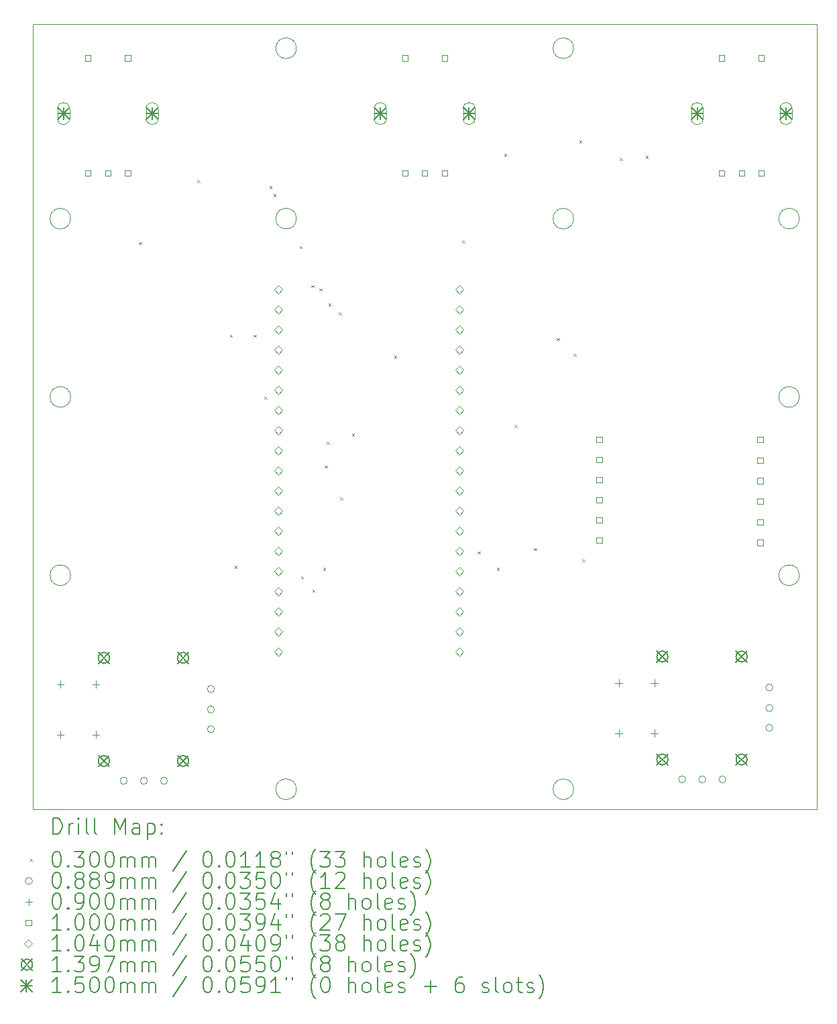
<source format=gbr>
%TF.GenerationSoftware,KiCad,Pcbnew,8.0.2*%
%TF.CreationDate,2024-11-11T15:41:07-05:00*%
%TF.ProjectId,PTZ_Camera_Controler,50545a5f-4361-46d6-9572-615f436f6e74,rev?*%
%TF.SameCoordinates,Original*%
%TF.FileFunction,Drillmap*%
%TF.FilePolarity,Positive*%
%FSLAX45Y45*%
G04 Gerber Fmt 4.5, Leading zero omitted, Abs format (unit mm)*
G04 Created by KiCad (PCBNEW 8.0.2) date 2024-11-11 15:41:07*
%MOMM*%
%LPD*%
G01*
G04 APERTURE LIST*
%ADD10C,0.050000*%
%ADD11C,0.200000*%
%ADD12C,0.100000*%
%ADD13C,0.104000*%
%ADD14C,0.139700*%
%ADD15C,0.150000*%
G04 APERTURE END LIST*
D10*
X16980000Y-5225000D02*
G75*
G02*
X16720000Y-5225000I-130000J0D01*
G01*
X16720000Y-5225000D02*
G75*
G02*
X16980000Y-5225000I130000J0D01*
G01*
X16980000Y-7375000D02*
G75*
G02*
X16720000Y-7375000I-130000J0D01*
G01*
X16720000Y-7375000D02*
G75*
G02*
X16980000Y-7375000I130000J0D01*
G01*
X19830000Y-7375000D02*
G75*
G02*
X19570000Y-7375000I-130000J0D01*
G01*
X19570000Y-7375000D02*
G75*
G02*
X19830000Y-7375000I130000J0D01*
G01*
X19830000Y-9625000D02*
G75*
G02*
X19570000Y-9625000I-130000J0D01*
G01*
X19570000Y-9625000D02*
G75*
G02*
X19830000Y-9625000I130000J0D01*
G01*
X10630000Y-11875000D02*
G75*
G02*
X10370000Y-11875000I-130000J0D01*
G01*
X10370000Y-11875000D02*
G75*
G02*
X10630000Y-11875000I130000J0D01*
G01*
X19830000Y-11875000D02*
G75*
G02*
X19570000Y-11875000I-130000J0D01*
G01*
X19570000Y-11875000D02*
G75*
G02*
X19830000Y-11875000I130000J0D01*
G01*
X13480000Y-5225000D02*
G75*
G02*
X13220000Y-5225000I-130000J0D01*
G01*
X13220000Y-5225000D02*
G75*
G02*
X13480000Y-5225000I130000J0D01*
G01*
X10630000Y-7375000D02*
G75*
G02*
X10370000Y-7375000I-130000J0D01*
G01*
X10370000Y-7375000D02*
G75*
G02*
X10630000Y-7375000I130000J0D01*
G01*
X10150000Y-4925000D02*
X20050000Y-4925000D01*
X20050000Y-14825000D01*
X10150000Y-14825000D01*
X10150000Y-4925000D01*
X13480000Y-14575000D02*
G75*
G02*
X13220000Y-14575000I-130000J0D01*
G01*
X13220000Y-14575000D02*
G75*
G02*
X13480000Y-14575000I130000J0D01*
G01*
X13480000Y-7375000D02*
G75*
G02*
X13220000Y-7375000I-130000J0D01*
G01*
X13220000Y-7375000D02*
G75*
G02*
X13480000Y-7375000I130000J0D01*
G01*
X16980000Y-14575000D02*
G75*
G02*
X16720000Y-14575000I-130000J0D01*
G01*
X16720000Y-14575000D02*
G75*
G02*
X16980000Y-14575000I130000J0D01*
G01*
X10630000Y-9625000D02*
G75*
G02*
X10370000Y-9625000I-130000J0D01*
G01*
X10370000Y-9625000D02*
G75*
G02*
X10630000Y-9625000I130000J0D01*
G01*
D11*
D12*
X11494430Y-7671630D02*
X11524430Y-7701630D01*
X11524430Y-7671630D02*
X11494430Y-7701630D01*
X12230420Y-6886130D02*
X12260420Y-6916130D01*
X12260420Y-6886130D02*
X12230420Y-6916130D01*
X12638750Y-8838710D02*
X12668750Y-8868710D01*
X12668750Y-8838710D02*
X12638750Y-8868710D01*
X12697970Y-11756410D02*
X12727970Y-11786410D01*
X12727970Y-11756410D02*
X12697970Y-11786410D01*
X12942030Y-8838710D02*
X12972030Y-8868710D01*
X12972030Y-8838710D02*
X12942030Y-8868710D01*
X13078330Y-9623270D02*
X13108330Y-9653270D01*
X13108330Y-9623270D02*
X13078330Y-9653270D01*
X13138870Y-6965190D02*
X13168870Y-6995190D01*
X13168870Y-6965190D02*
X13138870Y-6995190D01*
X13191180Y-7065040D02*
X13221180Y-7095040D01*
X13221180Y-7065040D02*
X13191180Y-7095040D01*
X13519400Y-7722900D02*
X13549400Y-7752900D01*
X13549400Y-7722900D02*
X13519400Y-7752900D01*
X13537960Y-11885450D02*
X13567960Y-11915450D01*
X13567960Y-11885450D02*
X13537960Y-11915450D01*
X13669420Y-8211010D02*
X13699420Y-8241010D01*
X13699420Y-8211010D02*
X13669420Y-8241010D01*
X13680760Y-12057550D02*
X13710760Y-12087550D01*
X13710760Y-12057550D02*
X13680760Y-12087550D01*
X13771390Y-8255910D02*
X13801390Y-8285910D01*
X13801390Y-8255910D02*
X13771390Y-8285910D01*
X13817600Y-11783080D02*
X13847600Y-11813080D01*
X13847600Y-11783080D02*
X13817600Y-11813080D01*
X13836420Y-10489070D02*
X13866420Y-10519070D01*
X13866420Y-10489070D02*
X13836420Y-10519070D01*
X13863790Y-10189720D02*
X13893790Y-10219720D01*
X13893790Y-10189720D02*
X13863790Y-10219720D01*
X13884230Y-8446750D02*
X13914230Y-8476750D01*
X13914230Y-8446750D02*
X13884230Y-8476750D01*
X14013990Y-8555450D02*
X14043990Y-8585450D01*
X14043990Y-8555450D02*
X14013990Y-8585450D01*
X14032750Y-10892680D02*
X14062750Y-10922680D01*
X14062750Y-10892680D02*
X14032750Y-10922680D01*
X14182390Y-10088340D02*
X14212390Y-10118340D01*
X14212390Y-10088340D02*
X14182390Y-10118340D01*
X14715540Y-9103780D02*
X14745540Y-9133780D01*
X14745540Y-9103780D02*
X14715540Y-9133780D01*
X15573470Y-7650580D02*
X15603470Y-7680580D01*
X15603470Y-7650580D02*
X15573470Y-7680580D01*
X15766750Y-11574550D02*
X15796750Y-11604550D01*
X15796750Y-11574550D02*
X15766750Y-11604550D01*
X16011250Y-11779700D02*
X16041250Y-11809700D01*
X16041250Y-11779700D02*
X16011250Y-11809700D01*
X16103220Y-6557080D02*
X16133220Y-6587080D01*
X16133220Y-6557080D02*
X16103220Y-6587080D01*
X16234610Y-9978970D02*
X16264610Y-10008970D01*
X16264610Y-9978970D02*
X16234610Y-10008970D01*
X16482010Y-11533260D02*
X16512010Y-11563260D01*
X16512010Y-11533260D02*
X16482010Y-11563260D01*
X16766950Y-8880540D02*
X16796950Y-8910540D01*
X16796950Y-8880540D02*
X16766950Y-8910540D01*
X16981600Y-9082070D02*
X17011600Y-9112070D01*
X17011600Y-9082070D02*
X16981600Y-9112070D01*
X17049730Y-6390320D02*
X17079730Y-6420320D01*
X17079730Y-6390320D02*
X17049730Y-6420320D01*
X17091290Y-11672140D02*
X17121290Y-11702140D01*
X17121290Y-11672140D02*
X17091290Y-11702140D01*
X17565140Y-6609960D02*
X17595140Y-6639960D01*
X17595140Y-6609960D02*
X17565140Y-6639960D01*
X17889260Y-6582530D02*
X17919260Y-6612530D01*
X17919260Y-6582530D02*
X17889260Y-6612530D01*
X11344450Y-14467500D02*
G75*
G02*
X11255550Y-14467500I-44450J0D01*
G01*
X11255550Y-14467500D02*
G75*
G02*
X11344450Y-14467500I44450J0D01*
G01*
X11598450Y-14467500D02*
G75*
G02*
X11509550Y-14467500I-44450J0D01*
G01*
X11509550Y-14467500D02*
G75*
G02*
X11598450Y-14467500I44450J0D01*
G01*
X11852450Y-14467500D02*
G75*
G02*
X11763550Y-14467500I-44450J0D01*
G01*
X11763550Y-14467500D02*
G75*
G02*
X11852450Y-14467500I44450J0D01*
G01*
X12444450Y-13309500D02*
G75*
G02*
X12355550Y-13309500I-44450J0D01*
G01*
X12355550Y-13309500D02*
G75*
G02*
X12444450Y-13309500I44450J0D01*
G01*
X12444450Y-13567500D02*
G75*
G02*
X12355550Y-13567500I-44450J0D01*
G01*
X12355550Y-13567500D02*
G75*
G02*
X12444450Y-13567500I44450J0D01*
G01*
X12444450Y-13817500D02*
G75*
G02*
X12355550Y-13817500I-44450J0D01*
G01*
X12355550Y-13817500D02*
G75*
G02*
X12444450Y-13817500I44450J0D01*
G01*
X18394450Y-14450000D02*
G75*
G02*
X18305550Y-14450000I-44450J0D01*
G01*
X18305550Y-14450000D02*
G75*
G02*
X18394450Y-14450000I44450J0D01*
G01*
X18648450Y-14450000D02*
G75*
G02*
X18559550Y-14450000I-44450J0D01*
G01*
X18559550Y-14450000D02*
G75*
G02*
X18648450Y-14450000I44450J0D01*
G01*
X18902450Y-14450000D02*
G75*
G02*
X18813550Y-14450000I-44450J0D01*
G01*
X18813550Y-14450000D02*
G75*
G02*
X18902450Y-14450000I44450J0D01*
G01*
X19494450Y-13292000D02*
G75*
G02*
X19405550Y-13292000I-44450J0D01*
G01*
X19405550Y-13292000D02*
G75*
G02*
X19494450Y-13292000I44450J0D01*
G01*
X19494450Y-13550000D02*
G75*
G02*
X19405550Y-13550000I-44450J0D01*
G01*
X19405550Y-13550000D02*
G75*
G02*
X19494450Y-13550000I44450J0D01*
G01*
X19494450Y-13800000D02*
G75*
G02*
X19405550Y-13800000I-44450J0D01*
G01*
X19405550Y-13800000D02*
G75*
G02*
X19494450Y-13800000I44450J0D01*
G01*
X10500000Y-13205000D02*
X10500000Y-13295000D01*
X10455000Y-13250000D02*
X10545000Y-13250000D01*
X10500000Y-13840000D02*
X10500000Y-13930000D01*
X10455000Y-13885000D02*
X10545000Y-13885000D01*
X10950000Y-13205000D02*
X10950000Y-13295000D01*
X10905000Y-13250000D02*
X10995000Y-13250000D01*
X10950000Y-13840000D02*
X10950000Y-13930000D01*
X10905000Y-13885000D02*
X10995000Y-13885000D01*
X17550000Y-13187500D02*
X17550000Y-13277500D01*
X17505000Y-13232500D02*
X17595000Y-13232500D01*
X17550000Y-13822500D02*
X17550000Y-13912500D01*
X17505000Y-13867500D02*
X17595000Y-13867500D01*
X18000000Y-13187500D02*
X18000000Y-13277500D01*
X17955000Y-13232500D02*
X18045000Y-13232500D01*
X18000000Y-13822500D02*
X18000000Y-13912500D01*
X17955000Y-13867500D02*
X18045000Y-13867500D01*
X10885356Y-5385356D02*
X10885356Y-5314644D01*
X10814644Y-5314644D01*
X10814644Y-5385356D01*
X10885356Y-5385356D01*
X10885356Y-6835356D02*
X10885356Y-6764644D01*
X10814644Y-6764644D01*
X10814644Y-6835356D01*
X10885356Y-6835356D01*
X11135356Y-6835356D02*
X11135356Y-6764644D01*
X11064644Y-6764644D01*
X11064644Y-6835356D01*
X11135356Y-6835356D01*
X11385356Y-5385356D02*
X11385356Y-5314644D01*
X11314644Y-5314644D01*
X11314644Y-5385356D01*
X11385356Y-5385356D01*
X11385356Y-6835356D02*
X11385356Y-6764644D01*
X11314644Y-6764644D01*
X11314644Y-6835356D01*
X11385356Y-6835356D01*
X14885356Y-5385356D02*
X14885356Y-5314644D01*
X14814644Y-5314644D01*
X14814644Y-5385356D01*
X14885356Y-5385356D01*
X14885356Y-6835356D02*
X14885356Y-6764644D01*
X14814644Y-6764644D01*
X14814644Y-6835356D01*
X14885356Y-6835356D01*
X15135356Y-6835356D02*
X15135356Y-6764644D01*
X15064644Y-6764644D01*
X15064644Y-6835356D01*
X15135356Y-6835356D01*
X15385356Y-5385356D02*
X15385356Y-5314644D01*
X15314644Y-5314644D01*
X15314644Y-5385356D01*
X15385356Y-5385356D01*
X15385356Y-6835356D02*
X15385356Y-6764644D01*
X15314644Y-6764644D01*
X15314644Y-6835356D01*
X15385356Y-6835356D01*
X17339356Y-10197856D02*
X17339356Y-10127144D01*
X17268644Y-10127144D01*
X17268644Y-10197856D01*
X17339356Y-10197856D01*
X17339356Y-10451856D02*
X17339356Y-10381144D01*
X17268644Y-10381144D01*
X17268644Y-10451856D01*
X17339356Y-10451856D01*
X17339356Y-10705856D02*
X17339356Y-10635144D01*
X17268644Y-10635144D01*
X17268644Y-10705856D01*
X17339356Y-10705856D01*
X17339356Y-10959856D02*
X17339356Y-10889144D01*
X17268644Y-10889144D01*
X17268644Y-10959856D01*
X17339356Y-10959856D01*
X17339356Y-11213856D02*
X17339356Y-11143144D01*
X17268644Y-11143144D01*
X17268644Y-11213856D01*
X17339356Y-11213856D01*
X17339356Y-11467856D02*
X17339356Y-11397144D01*
X17268644Y-11397144D01*
X17268644Y-11467856D01*
X17339356Y-11467856D01*
X18885356Y-5385356D02*
X18885356Y-5314644D01*
X18814644Y-5314644D01*
X18814644Y-5385356D01*
X18885356Y-5385356D01*
X18885356Y-6835356D02*
X18885356Y-6764644D01*
X18814644Y-6764644D01*
X18814644Y-6835356D01*
X18885356Y-6835356D01*
X19135356Y-6835356D02*
X19135356Y-6764644D01*
X19064644Y-6764644D01*
X19064644Y-6835356D01*
X19135356Y-6835356D01*
X19371356Y-10197856D02*
X19371356Y-10127144D01*
X19300644Y-10127144D01*
X19300644Y-10197856D01*
X19371356Y-10197856D01*
X19371356Y-10457856D02*
X19371356Y-10387144D01*
X19300644Y-10387144D01*
X19300644Y-10457856D01*
X19371356Y-10457856D01*
X19371356Y-10717856D02*
X19371356Y-10647144D01*
X19300644Y-10647144D01*
X19300644Y-10717856D01*
X19371356Y-10717856D01*
X19371356Y-10977856D02*
X19371356Y-10907144D01*
X19300644Y-10907144D01*
X19300644Y-10977856D01*
X19371356Y-10977856D01*
X19371356Y-11237856D02*
X19371356Y-11167144D01*
X19300644Y-11167144D01*
X19300644Y-11237856D01*
X19371356Y-11237856D01*
X19371356Y-11497856D02*
X19371356Y-11427144D01*
X19300644Y-11427144D01*
X19300644Y-11497856D01*
X19371356Y-11497856D01*
X19385356Y-5385356D02*
X19385356Y-5314644D01*
X19314644Y-5314644D01*
X19314644Y-5385356D01*
X19385356Y-5385356D01*
X19385356Y-6835356D02*
X19385356Y-6764644D01*
X19314644Y-6764644D01*
X19314644Y-6835356D01*
X19385356Y-6835356D01*
D13*
X13250000Y-8321000D02*
X13302000Y-8269000D01*
X13250000Y-8217000D01*
X13198000Y-8269000D01*
X13250000Y-8321000D01*
X13250000Y-8575000D02*
X13302000Y-8523000D01*
X13250000Y-8471000D01*
X13198000Y-8523000D01*
X13250000Y-8575000D01*
X13250000Y-8829000D02*
X13302000Y-8777000D01*
X13250000Y-8725000D01*
X13198000Y-8777000D01*
X13250000Y-8829000D01*
X13250000Y-9083000D02*
X13302000Y-9031000D01*
X13250000Y-8979000D01*
X13198000Y-9031000D01*
X13250000Y-9083000D01*
X13250000Y-9337000D02*
X13302000Y-9285000D01*
X13250000Y-9233000D01*
X13198000Y-9285000D01*
X13250000Y-9337000D01*
X13250000Y-9591000D02*
X13302000Y-9539000D01*
X13250000Y-9487000D01*
X13198000Y-9539000D01*
X13250000Y-9591000D01*
X13250000Y-9845000D02*
X13302000Y-9793000D01*
X13250000Y-9741000D01*
X13198000Y-9793000D01*
X13250000Y-9845000D01*
X13250000Y-10099000D02*
X13302000Y-10047000D01*
X13250000Y-9995000D01*
X13198000Y-10047000D01*
X13250000Y-10099000D01*
X13250000Y-10353000D02*
X13302000Y-10301000D01*
X13250000Y-10249000D01*
X13198000Y-10301000D01*
X13250000Y-10353000D01*
X13250000Y-10607000D02*
X13302000Y-10555000D01*
X13250000Y-10503000D01*
X13198000Y-10555000D01*
X13250000Y-10607000D01*
X13250000Y-10861000D02*
X13302000Y-10809000D01*
X13250000Y-10757000D01*
X13198000Y-10809000D01*
X13250000Y-10861000D01*
X13250000Y-11115000D02*
X13302000Y-11063000D01*
X13250000Y-11011000D01*
X13198000Y-11063000D01*
X13250000Y-11115000D01*
X13250000Y-11369000D02*
X13302000Y-11317000D01*
X13250000Y-11265000D01*
X13198000Y-11317000D01*
X13250000Y-11369000D01*
X13250000Y-11623000D02*
X13302000Y-11571000D01*
X13250000Y-11519000D01*
X13198000Y-11571000D01*
X13250000Y-11623000D01*
X13250000Y-11877000D02*
X13302000Y-11825000D01*
X13250000Y-11773000D01*
X13198000Y-11825000D01*
X13250000Y-11877000D01*
X13250000Y-12131000D02*
X13302000Y-12079000D01*
X13250000Y-12027000D01*
X13198000Y-12079000D01*
X13250000Y-12131000D01*
X13250000Y-12385000D02*
X13302000Y-12333000D01*
X13250000Y-12281000D01*
X13198000Y-12333000D01*
X13250000Y-12385000D01*
X13250000Y-12639000D02*
X13302000Y-12587000D01*
X13250000Y-12535000D01*
X13198000Y-12587000D01*
X13250000Y-12639000D01*
X13250000Y-12893000D02*
X13302000Y-12841000D01*
X13250000Y-12789000D01*
X13198000Y-12841000D01*
X13250000Y-12893000D01*
X15536000Y-8321000D02*
X15588000Y-8269000D01*
X15536000Y-8217000D01*
X15484000Y-8269000D01*
X15536000Y-8321000D01*
X15536000Y-8575000D02*
X15588000Y-8523000D01*
X15536000Y-8471000D01*
X15484000Y-8523000D01*
X15536000Y-8575000D01*
X15536000Y-8829000D02*
X15588000Y-8777000D01*
X15536000Y-8725000D01*
X15484000Y-8777000D01*
X15536000Y-8829000D01*
X15536000Y-9083000D02*
X15588000Y-9031000D01*
X15536000Y-8979000D01*
X15484000Y-9031000D01*
X15536000Y-9083000D01*
X15536000Y-9337000D02*
X15588000Y-9285000D01*
X15536000Y-9233000D01*
X15484000Y-9285000D01*
X15536000Y-9337000D01*
X15536000Y-9591000D02*
X15588000Y-9539000D01*
X15536000Y-9487000D01*
X15484000Y-9539000D01*
X15536000Y-9591000D01*
X15536000Y-9845000D02*
X15588000Y-9793000D01*
X15536000Y-9741000D01*
X15484000Y-9793000D01*
X15536000Y-9845000D01*
X15536000Y-10099000D02*
X15588000Y-10047000D01*
X15536000Y-9995000D01*
X15484000Y-10047000D01*
X15536000Y-10099000D01*
X15536000Y-10353000D02*
X15588000Y-10301000D01*
X15536000Y-10249000D01*
X15484000Y-10301000D01*
X15536000Y-10353000D01*
X15536000Y-10607000D02*
X15588000Y-10555000D01*
X15536000Y-10503000D01*
X15484000Y-10555000D01*
X15536000Y-10607000D01*
X15536000Y-10861000D02*
X15588000Y-10809000D01*
X15536000Y-10757000D01*
X15484000Y-10809000D01*
X15536000Y-10861000D01*
X15536000Y-11115000D02*
X15588000Y-11063000D01*
X15536000Y-11011000D01*
X15484000Y-11063000D01*
X15536000Y-11115000D01*
X15536000Y-11369000D02*
X15588000Y-11317000D01*
X15536000Y-11265000D01*
X15484000Y-11317000D01*
X15536000Y-11369000D01*
X15536000Y-11623000D02*
X15588000Y-11571000D01*
X15536000Y-11519000D01*
X15484000Y-11571000D01*
X15536000Y-11623000D01*
X15536000Y-11877000D02*
X15588000Y-11825000D01*
X15536000Y-11773000D01*
X15484000Y-11825000D01*
X15536000Y-11877000D01*
X15536000Y-12131000D02*
X15588000Y-12079000D01*
X15536000Y-12027000D01*
X15484000Y-12079000D01*
X15536000Y-12131000D01*
X15536000Y-12385000D02*
X15588000Y-12333000D01*
X15536000Y-12281000D01*
X15484000Y-12333000D01*
X15536000Y-12385000D01*
X15536000Y-12639000D02*
X15588000Y-12587000D01*
X15536000Y-12535000D01*
X15484000Y-12587000D01*
X15536000Y-12639000D01*
X15536000Y-12893000D02*
X15588000Y-12841000D01*
X15536000Y-12789000D01*
X15484000Y-12841000D01*
X15536000Y-12893000D01*
D14*
X10980150Y-12847650D02*
X11119850Y-12987350D01*
X11119850Y-12847650D02*
X10980150Y-12987350D01*
X11119850Y-12917500D02*
G75*
G02*
X10980150Y-12917500I-69850J0D01*
G01*
X10980150Y-12917500D02*
G75*
G02*
X11119850Y-12917500I69850J0D01*
G01*
X10980150Y-14147650D02*
X11119850Y-14287350D01*
X11119850Y-14147650D02*
X10980150Y-14287350D01*
X11119850Y-14217500D02*
G75*
G02*
X10980150Y-14217500I-69850J0D01*
G01*
X10980150Y-14217500D02*
G75*
G02*
X11119850Y-14217500I69850J0D01*
G01*
X11980150Y-12847650D02*
X12119850Y-12987350D01*
X12119850Y-12847650D02*
X11980150Y-12987350D01*
X12119850Y-12917500D02*
G75*
G02*
X11980150Y-12917500I-69850J0D01*
G01*
X11980150Y-12917500D02*
G75*
G02*
X12119850Y-12917500I69850J0D01*
G01*
X11980150Y-14147650D02*
X12119850Y-14287350D01*
X12119850Y-14147650D02*
X11980150Y-14287350D01*
X12119850Y-14217500D02*
G75*
G02*
X11980150Y-14217500I-69850J0D01*
G01*
X11980150Y-14217500D02*
G75*
G02*
X12119850Y-14217500I69850J0D01*
G01*
X18030150Y-12830150D02*
X18169850Y-12969850D01*
X18169850Y-12830150D02*
X18030150Y-12969850D01*
X18169850Y-12900000D02*
G75*
G02*
X18030150Y-12900000I-69850J0D01*
G01*
X18030150Y-12900000D02*
G75*
G02*
X18169850Y-12900000I69850J0D01*
G01*
X18030150Y-14130150D02*
X18169850Y-14269850D01*
X18169850Y-14130150D02*
X18030150Y-14269850D01*
X18169850Y-14200000D02*
G75*
G02*
X18030150Y-14200000I-69850J0D01*
G01*
X18030150Y-14200000D02*
G75*
G02*
X18169850Y-14200000I69850J0D01*
G01*
X19030150Y-12830150D02*
X19169850Y-12969850D01*
X19169850Y-12830150D02*
X19030150Y-12969850D01*
X19169850Y-12900000D02*
G75*
G02*
X19030150Y-12900000I-69850J0D01*
G01*
X19030150Y-12900000D02*
G75*
G02*
X19169850Y-12900000I69850J0D01*
G01*
X19030150Y-14130150D02*
X19169850Y-14269850D01*
X19169850Y-14130150D02*
X19030150Y-14269850D01*
X19169850Y-14200000D02*
G75*
G02*
X19030150Y-14200000I-69850J0D01*
G01*
X19030150Y-14200000D02*
G75*
G02*
X19169850Y-14200000I69850J0D01*
G01*
D15*
X10465000Y-5975000D02*
X10615000Y-6125000D01*
X10615000Y-5975000D02*
X10465000Y-6125000D01*
X10540000Y-5975000D02*
X10540000Y-6125000D01*
X10465000Y-6050000D02*
X10615000Y-6050000D01*
D12*
X10615000Y-6115000D02*
X10615000Y-5985000D01*
X10465000Y-5985000D02*
G75*
G02*
X10615000Y-5985000I75000J0D01*
G01*
X10465000Y-5985000D02*
X10465000Y-6115000D01*
X10465000Y-6115000D02*
G75*
G03*
X10615000Y-6115000I75000J0D01*
G01*
D15*
X11585000Y-5975000D02*
X11735000Y-6125000D01*
X11735000Y-5975000D02*
X11585000Y-6125000D01*
X11660000Y-5975000D02*
X11660000Y-6125000D01*
X11585000Y-6050000D02*
X11735000Y-6050000D01*
D12*
X11735000Y-6115000D02*
X11735000Y-5985000D01*
X11585000Y-5985000D02*
G75*
G02*
X11735000Y-5985000I75000J0D01*
G01*
X11585000Y-5985000D02*
X11585000Y-6115000D01*
X11585000Y-6115000D02*
G75*
G03*
X11735000Y-6115000I75000J0D01*
G01*
D15*
X14465000Y-5975000D02*
X14615000Y-6125000D01*
X14615000Y-5975000D02*
X14465000Y-6125000D01*
X14540000Y-5975000D02*
X14540000Y-6125000D01*
X14465000Y-6050000D02*
X14615000Y-6050000D01*
D12*
X14615000Y-6115000D02*
X14615000Y-5985000D01*
X14465000Y-5985000D02*
G75*
G02*
X14615000Y-5985000I75000J0D01*
G01*
X14465000Y-5985000D02*
X14465000Y-6115000D01*
X14465000Y-6115000D02*
G75*
G03*
X14615000Y-6115000I75000J0D01*
G01*
D15*
X15585000Y-5975000D02*
X15735000Y-6125000D01*
X15735000Y-5975000D02*
X15585000Y-6125000D01*
X15660000Y-5975000D02*
X15660000Y-6125000D01*
X15585000Y-6050000D02*
X15735000Y-6050000D01*
D12*
X15735000Y-6115000D02*
X15735000Y-5985000D01*
X15585000Y-5985000D02*
G75*
G02*
X15735000Y-5985000I75000J0D01*
G01*
X15585000Y-5985000D02*
X15585000Y-6115000D01*
X15585000Y-6115000D02*
G75*
G03*
X15735000Y-6115000I75000J0D01*
G01*
D15*
X18465000Y-5975000D02*
X18615000Y-6125000D01*
X18615000Y-5975000D02*
X18465000Y-6125000D01*
X18540000Y-5975000D02*
X18540000Y-6125000D01*
X18465000Y-6050000D02*
X18615000Y-6050000D01*
D12*
X18615000Y-6115000D02*
X18615000Y-5985000D01*
X18465000Y-5985000D02*
G75*
G02*
X18615000Y-5985000I75000J0D01*
G01*
X18465000Y-5985000D02*
X18465000Y-6115000D01*
X18465000Y-6115000D02*
G75*
G03*
X18615000Y-6115000I75000J0D01*
G01*
D15*
X19585000Y-5975000D02*
X19735000Y-6125000D01*
X19735000Y-5975000D02*
X19585000Y-6125000D01*
X19660000Y-5975000D02*
X19660000Y-6125000D01*
X19585000Y-6050000D02*
X19735000Y-6050000D01*
D12*
X19735000Y-6115000D02*
X19735000Y-5985000D01*
X19585000Y-5985000D02*
G75*
G02*
X19735000Y-5985000I75000J0D01*
G01*
X19585000Y-5985000D02*
X19585000Y-6115000D01*
X19585000Y-6115000D02*
G75*
G03*
X19735000Y-6115000I75000J0D01*
G01*
D11*
X10408277Y-15138984D02*
X10408277Y-14938984D01*
X10408277Y-14938984D02*
X10455896Y-14938984D01*
X10455896Y-14938984D02*
X10484467Y-14948508D01*
X10484467Y-14948508D02*
X10503515Y-14967555D01*
X10503515Y-14967555D02*
X10513039Y-14986603D01*
X10513039Y-14986603D02*
X10522563Y-15024698D01*
X10522563Y-15024698D02*
X10522563Y-15053269D01*
X10522563Y-15053269D02*
X10513039Y-15091365D01*
X10513039Y-15091365D02*
X10503515Y-15110412D01*
X10503515Y-15110412D02*
X10484467Y-15129460D01*
X10484467Y-15129460D02*
X10455896Y-15138984D01*
X10455896Y-15138984D02*
X10408277Y-15138984D01*
X10608277Y-15138984D02*
X10608277Y-15005650D01*
X10608277Y-15043746D02*
X10617801Y-15024698D01*
X10617801Y-15024698D02*
X10627324Y-15015174D01*
X10627324Y-15015174D02*
X10646372Y-15005650D01*
X10646372Y-15005650D02*
X10665420Y-15005650D01*
X10732086Y-15138984D02*
X10732086Y-15005650D01*
X10732086Y-14938984D02*
X10722563Y-14948508D01*
X10722563Y-14948508D02*
X10732086Y-14958031D01*
X10732086Y-14958031D02*
X10741610Y-14948508D01*
X10741610Y-14948508D02*
X10732086Y-14938984D01*
X10732086Y-14938984D02*
X10732086Y-14958031D01*
X10855896Y-15138984D02*
X10836848Y-15129460D01*
X10836848Y-15129460D02*
X10827324Y-15110412D01*
X10827324Y-15110412D02*
X10827324Y-14938984D01*
X10960658Y-15138984D02*
X10941610Y-15129460D01*
X10941610Y-15129460D02*
X10932086Y-15110412D01*
X10932086Y-15110412D02*
X10932086Y-14938984D01*
X11189229Y-15138984D02*
X11189229Y-14938984D01*
X11189229Y-14938984D02*
X11255896Y-15081841D01*
X11255896Y-15081841D02*
X11322562Y-14938984D01*
X11322562Y-14938984D02*
X11322562Y-15138984D01*
X11503515Y-15138984D02*
X11503515Y-15034222D01*
X11503515Y-15034222D02*
X11493991Y-15015174D01*
X11493991Y-15015174D02*
X11474943Y-15005650D01*
X11474943Y-15005650D02*
X11436848Y-15005650D01*
X11436848Y-15005650D02*
X11417801Y-15015174D01*
X11503515Y-15129460D02*
X11484467Y-15138984D01*
X11484467Y-15138984D02*
X11436848Y-15138984D01*
X11436848Y-15138984D02*
X11417801Y-15129460D01*
X11417801Y-15129460D02*
X11408277Y-15110412D01*
X11408277Y-15110412D02*
X11408277Y-15091365D01*
X11408277Y-15091365D02*
X11417801Y-15072317D01*
X11417801Y-15072317D02*
X11436848Y-15062793D01*
X11436848Y-15062793D02*
X11484467Y-15062793D01*
X11484467Y-15062793D02*
X11503515Y-15053269D01*
X11598753Y-15005650D02*
X11598753Y-15205650D01*
X11598753Y-15015174D02*
X11617801Y-15005650D01*
X11617801Y-15005650D02*
X11655896Y-15005650D01*
X11655896Y-15005650D02*
X11674943Y-15015174D01*
X11674943Y-15015174D02*
X11684467Y-15024698D01*
X11684467Y-15024698D02*
X11693991Y-15043746D01*
X11693991Y-15043746D02*
X11693991Y-15100888D01*
X11693991Y-15100888D02*
X11684467Y-15119936D01*
X11684467Y-15119936D02*
X11674943Y-15129460D01*
X11674943Y-15129460D02*
X11655896Y-15138984D01*
X11655896Y-15138984D02*
X11617801Y-15138984D01*
X11617801Y-15138984D02*
X11598753Y-15129460D01*
X11779705Y-15119936D02*
X11789229Y-15129460D01*
X11789229Y-15129460D02*
X11779705Y-15138984D01*
X11779705Y-15138984D02*
X11770182Y-15129460D01*
X11770182Y-15129460D02*
X11779705Y-15119936D01*
X11779705Y-15119936D02*
X11779705Y-15138984D01*
X11779705Y-15015174D02*
X11789229Y-15024698D01*
X11789229Y-15024698D02*
X11779705Y-15034222D01*
X11779705Y-15034222D02*
X11770182Y-15024698D01*
X11770182Y-15024698D02*
X11779705Y-15015174D01*
X11779705Y-15015174D02*
X11779705Y-15034222D01*
D12*
X10117500Y-15452500D02*
X10147500Y-15482500D01*
X10147500Y-15452500D02*
X10117500Y-15482500D01*
D11*
X10446372Y-15358984D02*
X10465420Y-15358984D01*
X10465420Y-15358984D02*
X10484467Y-15368508D01*
X10484467Y-15368508D02*
X10493991Y-15378031D01*
X10493991Y-15378031D02*
X10503515Y-15397079D01*
X10503515Y-15397079D02*
X10513039Y-15435174D01*
X10513039Y-15435174D02*
X10513039Y-15482793D01*
X10513039Y-15482793D02*
X10503515Y-15520888D01*
X10503515Y-15520888D02*
X10493991Y-15539936D01*
X10493991Y-15539936D02*
X10484467Y-15549460D01*
X10484467Y-15549460D02*
X10465420Y-15558984D01*
X10465420Y-15558984D02*
X10446372Y-15558984D01*
X10446372Y-15558984D02*
X10427324Y-15549460D01*
X10427324Y-15549460D02*
X10417801Y-15539936D01*
X10417801Y-15539936D02*
X10408277Y-15520888D01*
X10408277Y-15520888D02*
X10398753Y-15482793D01*
X10398753Y-15482793D02*
X10398753Y-15435174D01*
X10398753Y-15435174D02*
X10408277Y-15397079D01*
X10408277Y-15397079D02*
X10417801Y-15378031D01*
X10417801Y-15378031D02*
X10427324Y-15368508D01*
X10427324Y-15368508D02*
X10446372Y-15358984D01*
X10598753Y-15539936D02*
X10608277Y-15549460D01*
X10608277Y-15549460D02*
X10598753Y-15558984D01*
X10598753Y-15558984D02*
X10589229Y-15549460D01*
X10589229Y-15549460D02*
X10598753Y-15539936D01*
X10598753Y-15539936D02*
X10598753Y-15558984D01*
X10674944Y-15358984D02*
X10798753Y-15358984D01*
X10798753Y-15358984D02*
X10732086Y-15435174D01*
X10732086Y-15435174D02*
X10760658Y-15435174D01*
X10760658Y-15435174D02*
X10779705Y-15444698D01*
X10779705Y-15444698D02*
X10789229Y-15454222D01*
X10789229Y-15454222D02*
X10798753Y-15473269D01*
X10798753Y-15473269D02*
X10798753Y-15520888D01*
X10798753Y-15520888D02*
X10789229Y-15539936D01*
X10789229Y-15539936D02*
X10779705Y-15549460D01*
X10779705Y-15549460D02*
X10760658Y-15558984D01*
X10760658Y-15558984D02*
X10703515Y-15558984D01*
X10703515Y-15558984D02*
X10684467Y-15549460D01*
X10684467Y-15549460D02*
X10674944Y-15539936D01*
X10922563Y-15358984D02*
X10941610Y-15358984D01*
X10941610Y-15358984D02*
X10960658Y-15368508D01*
X10960658Y-15368508D02*
X10970182Y-15378031D01*
X10970182Y-15378031D02*
X10979705Y-15397079D01*
X10979705Y-15397079D02*
X10989229Y-15435174D01*
X10989229Y-15435174D02*
X10989229Y-15482793D01*
X10989229Y-15482793D02*
X10979705Y-15520888D01*
X10979705Y-15520888D02*
X10970182Y-15539936D01*
X10970182Y-15539936D02*
X10960658Y-15549460D01*
X10960658Y-15549460D02*
X10941610Y-15558984D01*
X10941610Y-15558984D02*
X10922563Y-15558984D01*
X10922563Y-15558984D02*
X10903515Y-15549460D01*
X10903515Y-15549460D02*
X10893991Y-15539936D01*
X10893991Y-15539936D02*
X10884467Y-15520888D01*
X10884467Y-15520888D02*
X10874944Y-15482793D01*
X10874944Y-15482793D02*
X10874944Y-15435174D01*
X10874944Y-15435174D02*
X10884467Y-15397079D01*
X10884467Y-15397079D02*
X10893991Y-15378031D01*
X10893991Y-15378031D02*
X10903515Y-15368508D01*
X10903515Y-15368508D02*
X10922563Y-15358984D01*
X11113039Y-15358984D02*
X11132086Y-15358984D01*
X11132086Y-15358984D02*
X11151134Y-15368508D01*
X11151134Y-15368508D02*
X11160658Y-15378031D01*
X11160658Y-15378031D02*
X11170182Y-15397079D01*
X11170182Y-15397079D02*
X11179705Y-15435174D01*
X11179705Y-15435174D02*
X11179705Y-15482793D01*
X11179705Y-15482793D02*
X11170182Y-15520888D01*
X11170182Y-15520888D02*
X11160658Y-15539936D01*
X11160658Y-15539936D02*
X11151134Y-15549460D01*
X11151134Y-15549460D02*
X11132086Y-15558984D01*
X11132086Y-15558984D02*
X11113039Y-15558984D01*
X11113039Y-15558984D02*
X11093991Y-15549460D01*
X11093991Y-15549460D02*
X11084467Y-15539936D01*
X11084467Y-15539936D02*
X11074944Y-15520888D01*
X11074944Y-15520888D02*
X11065420Y-15482793D01*
X11065420Y-15482793D02*
X11065420Y-15435174D01*
X11065420Y-15435174D02*
X11074944Y-15397079D01*
X11074944Y-15397079D02*
X11084467Y-15378031D01*
X11084467Y-15378031D02*
X11093991Y-15368508D01*
X11093991Y-15368508D02*
X11113039Y-15358984D01*
X11265420Y-15558984D02*
X11265420Y-15425650D01*
X11265420Y-15444698D02*
X11274943Y-15435174D01*
X11274943Y-15435174D02*
X11293991Y-15425650D01*
X11293991Y-15425650D02*
X11322563Y-15425650D01*
X11322563Y-15425650D02*
X11341610Y-15435174D01*
X11341610Y-15435174D02*
X11351134Y-15454222D01*
X11351134Y-15454222D02*
X11351134Y-15558984D01*
X11351134Y-15454222D02*
X11360658Y-15435174D01*
X11360658Y-15435174D02*
X11379705Y-15425650D01*
X11379705Y-15425650D02*
X11408277Y-15425650D01*
X11408277Y-15425650D02*
X11427324Y-15435174D01*
X11427324Y-15435174D02*
X11436848Y-15454222D01*
X11436848Y-15454222D02*
X11436848Y-15558984D01*
X11532086Y-15558984D02*
X11532086Y-15425650D01*
X11532086Y-15444698D02*
X11541610Y-15435174D01*
X11541610Y-15435174D02*
X11560658Y-15425650D01*
X11560658Y-15425650D02*
X11589229Y-15425650D01*
X11589229Y-15425650D02*
X11608277Y-15435174D01*
X11608277Y-15435174D02*
X11617801Y-15454222D01*
X11617801Y-15454222D02*
X11617801Y-15558984D01*
X11617801Y-15454222D02*
X11627324Y-15435174D01*
X11627324Y-15435174D02*
X11646372Y-15425650D01*
X11646372Y-15425650D02*
X11674943Y-15425650D01*
X11674943Y-15425650D02*
X11693991Y-15435174D01*
X11693991Y-15435174D02*
X11703515Y-15454222D01*
X11703515Y-15454222D02*
X11703515Y-15558984D01*
X12093991Y-15349460D02*
X11922563Y-15606603D01*
X12351134Y-15358984D02*
X12370182Y-15358984D01*
X12370182Y-15358984D02*
X12389229Y-15368508D01*
X12389229Y-15368508D02*
X12398753Y-15378031D01*
X12398753Y-15378031D02*
X12408277Y-15397079D01*
X12408277Y-15397079D02*
X12417801Y-15435174D01*
X12417801Y-15435174D02*
X12417801Y-15482793D01*
X12417801Y-15482793D02*
X12408277Y-15520888D01*
X12408277Y-15520888D02*
X12398753Y-15539936D01*
X12398753Y-15539936D02*
X12389229Y-15549460D01*
X12389229Y-15549460D02*
X12370182Y-15558984D01*
X12370182Y-15558984D02*
X12351134Y-15558984D01*
X12351134Y-15558984D02*
X12332086Y-15549460D01*
X12332086Y-15549460D02*
X12322563Y-15539936D01*
X12322563Y-15539936D02*
X12313039Y-15520888D01*
X12313039Y-15520888D02*
X12303515Y-15482793D01*
X12303515Y-15482793D02*
X12303515Y-15435174D01*
X12303515Y-15435174D02*
X12313039Y-15397079D01*
X12313039Y-15397079D02*
X12322563Y-15378031D01*
X12322563Y-15378031D02*
X12332086Y-15368508D01*
X12332086Y-15368508D02*
X12351134Y-15358984D01*
X12503515Y-15539936D02*
X12513039Y-15549460D01*
X12513039Y-15549460D02*
X12503515Y-15558984D01*
X12503515Y-15558984D02*
X12493991Y-15549460D01*
X12493991Y-15549460D02*
X12503515Y-15539936D01*
X12503515Y-15539936D02*
X12503515Y-15558984D01*
X12636848Y-15358984D02*
X12655896Y-15358984D01*
X12655896Y-15358984D02*
X12674944Y-15368508D01*
X12674944Y-15368508D02*
X12684467Y-15378031D01*
X12684467Y-15378031D02*
X12693991Y-15397079D01*
X12693991Y-15397079D02*
X12703515Y-15435174D01*
X12703515Y-15435174D02*
X12703515Y-15482793D01*
X12703515Y-15482793D02*
X12693991Y-15520888D01*
X12693991Y-15520888D02*
X12684467Y-15539936D01*
X12684467Y-15539936D02*
X12674944Y-15549460D01*
X12674944Y-15549460D02*
X12655896Y-15558984D01*
X12655896Y-15558984D02*
X12636848Y-15558984D01*
X12636848Y-15558984D02*
X12617801Y-15549460D01*
X12617801Y-15549460D02*
X12608277Y-15539936D01*
X12608277Y-15539936D02*
X12598753Y-15520888D01*
X12598753Y-15520888D02*
X12589229Y-15482793D01*
X12589229Y-15482793D02*
X12589229Y-15435174D01*
X12589229Y-15435174D02*
X12598753Y-15397079D01*
X12598753Y-15397079D02*
X12608277Y-15378031D01*
X12608277Y-15378031D02*
X12617801Y-15368508D01*
X12617801Y-15368508D02*
X12636848Y-15358984D01*
X12893991Y-15558984D02*
X12779706Y-15558984D01*
X12836848Y-15558984D02*
X12836848Y-15358984D01*
X12836848Y-15358984D02*
X12817801Y-15387555D01*
X12817801Y-15387555D02*
X12798753Y-15406603D01*
X12798753Y-15406603D02*
X12779706Y-15416127D01*
X13084467Y-15558984D02*
X12970182Y-15558984D01*
X13027325Y-15558984D02*
X13027325Y-15358984D01*
X13027325Y-15358984D02*
X13008277Y-15387555D01*
X13008277Y-15387555D02*
X12989229Y-15406603D01*
X12989229Y-15406603D02*
X12970182Y-15416127D01*
X13198753Y-15444698D02*
X13179706Y-15435174D01*
X13179706Y-15435174D02*
X13170182Y-15425650D01*
X13170182Y-15425650D02*
X13160658Y-15406603D01*
X13160658Y-15406603D02*
X13160658Y-15397079D01*
X13160658Y-15397079D02*
X13170182Y-15378031D01*
X13170182Y-15378031D02*
X13179706Y-15368508D01*
X13179706Y-15368508D02*
X13198753Y-15358984D01*
X13198753Y-15358984D02*
X13236848Y-15358984D01*
X13236848Y-15358984D02*
X13255896Y-15368508D01*
X13255896Y-15368508D02*
X13265420Y-15378031D01*
X13265420Y-15378031D02*
X13274944Y-15397079D01*
X13274944Y-15397079D02*
X13274944Y-15406603D01*
X13274944Y-15406603D02*
X13265420Y-15425650D01*
X13265420Y-15425650D02*
X13255896Y-15435174D01*
X13255896Y-15435174D02*
X13236848Y-15444698D01*
X13236848Y-15444698D02*
X13198753Y-15444698D01*
X13198753Y-15444698D02*
X13179706Y-15454222D01*
X13179706Y-15454222D02*
X13170182Y-15463746D01*
X13170182Y-15463746D02*
X13160658Y-15482793D01*
X13160658Y-15482793D02*
X13160658Y-15520888D01*
X13160658Y-15520888D02*
X13170182Y-15539936D01*
X13170182Y-15539936D02*
X13179706Y-15549460D01*
X13179706Y-15549460D02*
X13198753Y-15558984D01*
X13198753Y-15558984D02*
X13236848Y-15558984D01*
X13236848Y-15558984D02*
X13255896Y-15549460D01*
X13255896Y-15549460D02*
X13265420Y-15539936D01*
X13265420Y-15539936D02*
X13274944Y-15520888D01*
X13274944Y-15520888D02*
X13274944Y-15482793D01*
X13274944Y-15482793D02*
X13265420Y-15463746D01*
X13265420Y-15463746D02*
X13255896Y-15454222D01*
X13255896Y-15454222D02*
X13236848Y-15444698D01*
X13351134Y-15358984D02*
X13351134Y-15397079D01*
X13427325Y-15358984D02*
X13427325Y-15397079D01*
X13722563Y-15635174D02*
X13713039Y-15625650D01*
X13713039Y-15625650D02*
X13693991Y-15597079D01*
X13693991Y-15597079D02*
X13684468Y-15578031D01*
X13684468Y-15578031D02*
X13674944Y-15549460D01*
X13674944Y-15549460D02*
X13665420Y-15501841D01*
X13665420Y-15501841D02*
X13665420Y-15463746D01*
X13665420Y-15463746D02*
X13674944Y-15416127D01*
X13674944Y-15416127D02*
X13684468Y-15387555D01*
X13684468Y-15387555D02*
X13693991Y-15368508D01*
X13693991Y-15368508D02*
X13713039Y-15339936D01*
X13713039Y-15339936D02*
X13722563Y-15330412D01*
X13779706Y-15358984D02*
X13903515Y-15358984D01*
X13903515Y-15358984D02*
X13836848Y-15435174D01*
X13836848Y-15435174D02*
X13865420Y-15435174D01*
X13865420Y-15435174D02*
X13884468Y-15444698D01*
X13884468Y-15444698D02*
X13893991Y-15454222D01*
X13893991Y-15454222D02*
X13903515Y-15473269D01*
X13903515Y-15473269D02*
X13903515Y-15520888D01*
X13903515Y-15520888D02*
X13893991Y-15539936D01*
X13893991Y-15539936D02*
X13884468Y-15549460D01*
X13884468Y-15549460D02*
X13865420Y-15558984D01*
X13865420Y-15558984D02*
X13808277Y-15558984D01*
X13808277Y-15558984D02*
X13789229Y-15549460D01*
X13789229Y-15549460D02*
X13779706Y-15539936D01*
X13970182Y-15358984D02*
X14093991Y-15358984D01*
X14093991Y-15358984D02*
X14027325Y-15435174D01*
X14027325Y-15435174D02*
X14055896Y-15435174D01*
X14055896Y-15435174D02*
X14074944Y-15444698D01*
X14074944Y-15444698D02*
X14084468Y-15454222D01*
X14084468Y-15454222D02*
X14093991Y-15473269D01*
X14093991Y-15473269D02*
X14093991Y-15520888D01*
X14093991Y-15520888D02*
X14084468Y-15539936D01*
X14084468Y-15539936D02*
X14074944Y-15549460D01*
X14074944Y-15549460D02*
X14055896Y-15558984D01*
X14055896Y-15558984D02*
X13998753Y-15558984D01*
X13998753Y-15558984D02*
X13979706Y-15549460D01*
X13979706Y-15549460D02*
X13970182Y-15539936D01*
X14332087Y-15558984D02*
X14332087Y-15358984D01*
X14417801Y-15558984D02*
X14417801Y-15454222D01*
X14417801Y-15454222D02*
X14408277Y-15435174D01*
X14408277Y-15435174D02*
X14389230Y-15425650D01*
X14389230Y-15425650D02*
X14360658Y-15425650D01*
X14360658Y-15425650D02*
X14341610Y-15435174D01*
X14341610Y-15435174D02*
X14332087Y-15444698D01*
X14541610Y-15558984D02*
X14522563Y-15549460D01*
X14522563Y-15549460D02*
X14513039Y-15539936D01*
X14513039Y-15539936D02*
X14503515Y-15520888D01*
X14503515Y-15520888D02*
X14503515Y-15463746D01*
X14503515Y-15463746D02*
X14513039Y-15444698D01*
X14513039Y-15444698D02*
X14522563Y-15435174D01*
X14522563Y-15435174D02*
X14541610Y-15425650D01*
X14541610Y-15425650D02*
X14570182Y-15425650D01*
X14570182Y-15425650D02*
X14589230Y-15435174D01*
X14589230Y-15435174D02*
X14598753Y-15444698D01*
X14598753Y-15444698D02*
X14608277Y-15463746D01*
X14608277Y-15463746D02*
X14608277Y-15520888D01*
X14608277Y-15520888D02*
X14598753Y-15539936D01*
X14598753Y-15539936D02*
X14589230Y-15549460D01*
X14589230Y-15549460D02*
X14570182Y-15558984D01*
X14570182Y-15558984D02*
X14541610Y-15558984D01*
X14722563Y-15558984D02*
X14703515Y-15549460D01*
X14703515Y-15549460D02*
X14693991Y-15530412D01*
X14693991Y-15530412D02*
X14693991Y-15358984D01*
X14874944Y-15549460D02*
X14855896Y-15558984D01*
X14855896Y-15558984D02*
X14817801Y-15558984D01*
X14817801Y-15558984D02*
X14798753Y-15549460D01*
X14798753Y-15549460D02*
X14789230Y-15530412D01*
X14789230Y-15530412D02*
X14789230Y-15454222D01*
X14789230Y-15454222D02*
X14798753Y-15435174D01*
X14798753Y-15435174D02*
X14817801Y-15425650D01*
X14817801Y-15425650D02*
X14855896Y-15425650D01*
X14855896Y-15425650D02*
X14874944Y-15435174D01*
X14874944Y-15435174D02*
X14884468Y-15454222D01*
X14884468Y-15454222D02*
X14884468Y-15473269D01*
X14884468Y-15473269D02*
X14789230Y-15492317D01*
X14960658Y-15549460D02*
X14979706Y-15558984D01*
X14979706Y-15558984D02*
X15017801Y-15558984D01*
X15017801Y-15558984D02*
X15036849Y-15549460D01*
X15036849Y-15549460D02*
X15046372Y-15530412D01*
X15046372Y-15530412D02*
X15046372Y-15520888D01*
X15046372Y-15520888D02*
X15036849Y-15501841D01*
X15036849Y-15501841D02*
X15017801Y-15492317D01*
X15017801Y-15492317D02*
X14989230Y-15492317D01*
X14989230Y-15492317D02*
X14970182Y-15482793D01*
X14970182Y-15482793D02*
X14960658Y-15463746D01*
X14960658Y-15463746D02*
X14960658Y-15454222D01*
X14960658Y-15454222D02*
X14970182Y-15435174D01*
X14970182Y-15435174D02*
X14989230Y-15425650D01*
X14989230Y-15425650D02*
X15017801Y-15425650D01*
X15017801Y-15425650D02*
X15036849Y-15435174D01*
X15113039Y-15635174D02*
X15122563Y-15625650D01*
X15122563Y-15625650D02*
X15141611Y-15597079D01*
X15141611Y-15597079D02*
X15151134Y-15578031D01*
X15151134Y-15578031D02*
X15160658Y-15549460D01*
X15160658Y-15549460D02*
X15170182Y-15501841D01*
X15170182Y-15501841D02*
X15170182Y-15463746D01*
X15170182Y-15463746D02*
X15160658Y-15416127D01*
X15160658Y-15416127D02*
X15151134Y-15387555D01*
X15151134Y-15387555D02*
X15141611Y-15368508D01*
X15141611Y-15368508D02*
X15122563Y-15339936D01*
X15122563Y-15339936D02*
X15113039Y-15330412D01*
D12*
X10147500Y-15731500D02*
G75*
G02*
X10058600Y-15731500I-44450J0D01*
G01*
X10058600Y-15731500D02*
G75*
G02*
X10147500Y-15731500I44450J0D01*
G01*
D11*
X10446372Y-15622984D02*
X10465420Y-15622984D01*
X10465420Y-15622984D02*
X10484467Y-15632508D01*
X10484467Y-15632508D02*
X10493991Y-15642031D01*
X10493991Y-15642031D02*
X10503515Y-15661079D01*
X10503515Y-15661079D02*
X10513039Y-15699174D01*
X10513039Y-15699174D02*
X10513039Y-15746793D01*
X10513039Y-15746793D02*
X10503515Y-15784888D01*
X10503515Y-15784888D02*
X10493991Y-15803936D01*
X10493991Y-15803936D02*
X10484467Y-15813460D01*
X10484467Y-15813460D02*
X10465420Y-15822984D01*
X10465420Y-15822984D02*
X10446372Y-15822984D01*
X10446372Y-15822984D02*
X10427324Y-15813460D01*
X10427324Y-15813460D02*
X10417801Y-15803936D01*
X10417801Y-15803936D02*
X10408277Y-15784888D01*
X10408277Y-15784888D02*
X10398753Y-15746793D01*
X10398753Y-15746793D02*
X10398753Y-15699174D01*
X10398753Y-15699174D02*
X10408277Y-15661079D01*
X10408277Y-15661079D02*
X10417801Y-15642031D01*
X10417801Y-15642031D02*
X10427324Y-15632508D01*
X10427324Y-15632508D02*
X10446372Y-15622984D01*
X10598753Y-15803936D02*
X10608277Y-15813460D01*
X10608277Y-15813460D02*
X10598753Y-15822984D01*
X10598753Y-15822984D02*
X10589229Y-15813460D01*
X10589229Y-15813460D02*
X10598753Y-15803936D01*
X10598753Y-15803936D02*
X10598753Y-15822984D01*
X10722563Y-15708698D02*
X10703515Y-15699174D01*
X10703515Y-15699174D02*
X10693991Y-15689650D01*
X10693991Y-15689650D02*
X10684467Y-15670603D01*
X10684467Y-15670603D02*
X10684467Y-15661079D01*
X10684467Y-15661079D02*
X10693991Y-15642031D01*
X10693991Y-15642031D02*
X10703515Y-15632508D01*
X10703515Y-15632508D02*
X10722563Y-15622984D01*
X10722563Y-15622984D02*
X10760658Y-15622984D01*
X10760658Y-15622984D02*
X10779705Y-15632508D01*
X10779705Y-15632508D02*
X10789229Y-15642031D01*
X10789229Y-15642031D02*
X10798753Y-15661079D01*
X10798753Y-15661079D02*
X10798753Y-15670603D01*
X10798753Y-15670603D02*
X10789229Y-15689650D01*
X10789229Y-15689650D02*
X10779705Y-15699174D01*
X10779705Y-15699174D02*
X10760658Y-15708698D01*
X10760658Y-15708698D02*
X10722563Y-15708698D01*
X10722563Y-15708698D02*
X10703515Y-15718222D01*
X10703515Y-15718222D02*
X10693991Y-15727746D01*
X10693991Y-15727746D02*
X10684467Y-15746793D01*
X10684467Y-15746793D02*
X10684467Y-15784888D01*
X10684467Y-15784888D02*
X10693991Y-15803936D01*
X10693991Y-15803936D02*
X10703515Y-15813460D01*
X10703515Y-15813460D02*
X10722563Y-15822984D01*
X10722563Y-15822984D02*
X10760658Y-15822984D01*
X10760658Y-15822984D02*
X10779705Y-15813460D01*
X10779705Y-15813460D02*
X10789229Y-15803936D01*
X10789229Y-15803936D02*
X10798753Y-15784888D01*
X10798753Y-15784888D02*
X10798753Y-15746793D01*
X10798753Y-15746793D02*
X10789229Y-15727746D01*
X10789229Y-15727746D02*
X10779705Y-15718222D01*
X10779705Y-15718222D02*
X10760658Y-15708698D01*
X10913039Y-15708698D02*
X10893991Y-15699174D01*
X10893991Y-15699174D02*
X10884467Y-15689650D01*
X10884467Y-15689650D02*
X10874944Y-15670603D01*
X10874944Y-15670603D02*
X10874944Y-15661079D01*
X10874944Y-15661079D02*
X10884467Y-15642031D01*
X10884467Y-15642031D02*
X10893991Y-15632508D01*
X10893991Y-15632508D02*
X10913039Y-15622984D01*
X10913039Y-15622984D02*
X10951134Y-15622984D01*
X10951134Y-15622984D02*
X10970182Y-15632508D01*
X10970182Y-15632508D02*
X10979705Y-15642031D01*
X10979705Y-15642031D02*
X10989229Y-15661079D01*
X10989229Y-15661079D02*
X10989229Y-15670603D01*
X10989229Y-15670603D02*
X10979705Y-15689650D01*
X10979705Y-15689650D02*
X10970182Y-15699174D01*
X10970182Y-15699174D02*
X10951134Y-15708698D01*
X10951134Y-15708698D02*
X10913039Y-15708698D01*
X10913039Y-15708698D02*
X10893991Y-15718222D01*
X10893991Y-15718222D02*
X10884467Y-15727746D01*
X10884467Y-15727746D02*
X10874944Y-15746793D01*
X10874944Y-15746793D02*
X10874944Y-15784888D01*
X10874944Y-15784888D02*
X10884467Y-15803936D01*
X10884467Y-15803936D02*
X10893991Y-15813460D01*
X10893991Y-15813460D02*
X10913039Y-15822984D01*
X10913039Y-15822984D02*
X10951134Y-15822984D01*
X10951134Y-15822984D02*
X10970182Y-15813460D01*
X10970182Y-15813460D02*
X10979705Y-15803936D01*
X10979705Y-15803936D02*
X10989229Y-15784888D01*
X10989229Y-15784888D02*
X10989229Y-15746793D01*
X10989229Y-15746793D02*
X10979705Y-15727746D01*
X10979705Y-15727746D02*
X10970182Y-15718222D01*
X10970182Y-15718222D02*
X10951134Y-15708698D01*
X11084467Y-15822984D02*
X11122563Y-15822984D01*
X11122563Y-15822984D02*
X11141610Y-15813460D01*
X11141610Y-15813460D02*
X11151134Y-15803936D01*
X11151134Y-15803936D02*
X11170182Y-15775365D01*
X11170182Y-15775365D02*
X11179705Y-15737269D01*
X11179705Y-15737269D02*
X11179705Y-15661079D01*
X11179705Y-15661079D02*
X11170182Y-15642031D01*
X11170182Y-15642031D02*
X11160658Y-15632508D01*
X11160658Y-15632508D02*
X11141610Y-15622984D01*
X11141610Y-15622984D02*
X11103515Y-15622984D01*
X11103515Y-15622984D02*
X11084467Y-15632508D01*
X11084467Y-15632508D02*
X11074944Y-15642031D01*
X11074944Y-15642031D02*
X11065420Y-15661079D01*
X11065420Y-15661079D02*
X11065420Y-15708698D01*
X11065420Y-15708698D02*
X11074944Y-15727746D01*
X11074944Y-15727746D02*
X11084467Y-15737269D01*
X11084467Y-15737269D02*
X11103515Y-15746793D01*
X11103515Y-15746793D02*
X11141610Y-15746793D01*
X11141610Y-15746793D02*
X11160658Y-15737269D01*
X11160658Y-15737269D02*
X11170182Y-15727746D01*
X11170182Y-15727746D02*
X11179705Y-15708698D01*
X11265420Y-15822984D02*
X11265420Y-15689650D01*
X11265420Y-15708698D02*
X11274943Y-15699174D01*
X11274943Y-15699174D02*
X11293991Y-15689650D01*
X11293991Y-15689650D02*
X11322563Y-15689650D01*
X11322563Y-15689650D02*
X11341610Y-15699174D01*
X11341610Y-15699174D02*
X11351134Y-15718222D01*
X11351134Y-15718222D02*
X11351134Y-15822984D01*
X11351134Y-15718222D02*
X11360658Y-15699174D01*
X11360658Y-15699174D02*
X11379705Y-15689650D01*
X11379705Y-15689650D02*
X11408277Y-15689650D01*
X11408277Y-15689650D02*
X11427324Y-15699174D01*
X11427324Y-15699174D02*
X11436848Y-15718222D01*
X11436848Y-15718222D02*
X11436848Y-15822984D01*
X11532086Y-15822984D02*
X11532086Y-15689650D01*
X11532086Y-15708698D02*
X11541610Y-15699174D01*
X11541610Y-15699174D02*
X11560658Y-15689650D01*
X11560658Y-15689650D02*
X11589229Y-15689650D01*
X11589229Y-15689650D02*
X11608277Y-15699174D01*
X11608277Y-15699174D02*
X11617801Y-15718222D01*
X11617801Y-15718222D02*
X11617801Y-15822984D01*
X11617801Y-15718222D02*
X11627324Y-15699174D01*
X11627324Y-15699174D02*
X11646372Y-15689650D01*
X11646372Y-15689650D02*
X11674943Y-15689650D01*
X11674943Y-15689650D02*
X11693991Y-15699174D01*
X11693991Y-15699174D02*
X11703515Y-15718222D01*
X11703515Y-15718222D02*
X11703515Y-15822984D01*
X12093991Y-15613460D02*
X11922563Y-15870603D01*
X12351134Y-15622984D02*
X12370182Y-15622984D01*
X12370182Y-15622984D02*
X12389229Y-15632508D01*
X12389229Y-15632508D02*
X12398753Y-15642031D01*
X12398753Y-15642031D02*
X12408277Y-15661079D01*
X12408277Y-15661079D02*
X12417801Y-15699174D01*
X12417801Y-15699174D02*
X12417801Y-15746793D01*
X12417801Y-15746793D02*
X12408277Y-15784888D01*
X12408277Y-15784888D02*
X12398753Y-15803936D01*
X12398753Y-15803936D02*
X12389229Y-15813460D01*
X12389229Y-15813460D02*
X12370182Y-15822984D01*
X12370182Y-15822984D02*
X12351134Y-15822984D01*
X12351134Y-15822984D02*
X12332086Y-15813460D01*
X12332086Y-15813460D02*
X12322563Y-15803936D01*
X12322563Y-15803936D02*
X12313039Y-15784888D01*
X12313039Y-15784888D02*
X12303515Y-15746793D01*
X12303515Y-15746793D02*
X12303515Y-15699174D01*
X12303515Y-15699174D02*
X12313039Y-15661079D01*
X12313039Y-15661079D02*
X12322563Y-15642031D01*
X12322563Y-15642031D02*
X12332086Y-15632508D01*
X12332086Y-15632508D02*
X12351134Y-15622984D01*
X12503515Y-15803936D02*
X12513039Y-15813460D01*
X12513039Y-15813460D02*
X12503515Y-15822984D01*
X12503515Y-15822984D02*
X12493991Y-15813460D01*
X12493991Y-15813460D02*
X12503515Y-15803936D01*
X12503515Y-15803936D02*
X12503515Y-15822984D01*
X12636848Y-15622984D02*
X12655896Y-15622984D01*
X12655896Y-15622984D02*
X12674944Y-15632508D01*
X12674944Y-15632508D02*
X12684467Y-15642031D01*
X12684467Y-15642031D02*
X12693991Y-15661079D01*
X12693991Y-15661079D02*
X12703515Y-15699174D01*
X12703515Y-15699174D02*
X12703515Y-15746793D01*
X12703515Y-15746793D02*
X12693991Y-15784888D01*
X12693991Y-15784888D02*
X12684467Y-15803936D01*
X12684467Y-15803936D02*
X12674944Y-15813460D01*
X12674944Y-15813460D02*
X12655896Y-15822984D01*
X12655896Y-15822984D02*
X12636848Y-15822984D01*
X12636848Y-15822984D02*
X12617801Y-15813460D01*
X12617801Y-15813460D02*
X12608277Y-15803936D01*
X12608277Y-15803936D02*
X12598753Y-15784888D01*
X12598753Y-15784888D02*
X12589229Y-15746793D01*
X12589229Y-15746793D02*
X12589229Y-15699174D01*
X12589229Y-15699174D02*
X12598753Y-15661079D01*
X12598753Y-15661079D02*
X12608277Y-15642031D01*
X12608277Y-15642031D02*
X12617801Y-15632508D01*
X12617801Y-15632508D02*
X12636848Y-15622984D01*
X12770182Y-15622984D02*
X12893991Y-15622984D01*
X12893991Y-15622984D02*
X12827325Y-15699174D01*
X12827325Y-15699174D02*
X12855896Y-15699174D01*
X12855896Y-15699174D02*
X12874944Y-15708698D01*
X12874944Y-15708698D02*
X12884467Y-15718222D01*
X12884467Y-15718222D02*
X12893991Y-15737269D01*
X12893991Y-15737269D02*
X12893991Y-15784888D01*
X12893991Y-15784888D02*
X12884467Y-15803936D01*
X12884467Y-15803936D02*
X12874944Y-15813460D01*
X12874944Y-15813460D02*
X12855896Y-15822984D01*
X12855896Y-15822984D02*
X12798753Y-15822984D01*
X12798753Y-15822984D02*
X12779706Y-15813460D01*
X12779706Y-15813460D02*
X12770182Y-15803936D01*
X13074944Y-15622984D02*
X12979706Y-15622984D01*
X12979706Y-15622984D02*
X12970182Y-15718222D01*
X12970182Y-15718222D02*
X12979706Y-15708698D01*
X12979706Y-15708698D02*
X12998753Y-15699174D01*
X12998753Y-15699174D02*
X13046372Y-15699174D01*
X13046372Y-15699174D02*
X13065420Y-15708698D01*
X13065420Y-15708698D02*
X13074944Y-15718222D01*
X13074944Y-15718222D02*
X13084467Y-15737269D01*
X13084467Y-15737269D02*
X13084467Y-15784888D01*
X13084467Y-15784888D02*
X13074944Y-15803936D01*
X13074944Y-15803936D02*
X13065420Y-15813460D01*
X13065420Y-15813460D02*
X13046372Y-15822984D01*
X13046372Y-15822984D02*
X12998753Y-15822984D01*
X12998753Y-15822984D02*
X12979706Y-15813460D01*
X12979706Y-15813460D02*
X12970182Y-15803936D01*
X13208277Y-15622984D02*
X13227325Y-15622984D01*
X13227325Y-15622984D02*
X13246372Y-15632508D01*
X13246372Y-15632508D02*
X13255896Y-15642031D01*
X13255896Y-15642031D02*
X13265420Y-15661079D01*
X13265420Y-15661079D02*
X13274944Y-15699174D01*
X13274944Y-15699174D02*
X13274944Y-15746793D01*
X13274944Y-15746793D02*
X13265420Y-15784888D01*
X13265420Y-15784888D02*
X13255896Y-15803936D01*
X13255896Y-15803936D02*
X13246372Y-15813460D01*
X13246372Y-15813460D02*
X13227325Y-15822984D01*
X13227325Y-15822984D02*
X13208277Y-15822984D01*
X13208277Y-15822984D02*
X13189229Y-15813460D01*
X13189229Y-15813460D02*
X13179706Y-15803936D01*
X13179706Y-15803936D02*
X13170182Y-15784888D01*
X13170182Y-15784888D02*
X13160658Y-15746793D01*
X13160658Y-15746793D02*
X13160658Y-15699174D01*
X13160658Y-15699174D02*
X13170182Y-15661079D01*
X13170182Y-15661079D02*
X13179706Y-15642031D01*
X13179706Y-15642031D02*
X13189229Y-15632508D01*
X13189229Y-15632508D02*
X13208277Y-15622984D01*
X13351134Y-15622984D02*
X13351134Y-15661079D01*
X13427325Y-15622984D02*
X13427325Y-15661079D01*
X13722563Y-15899174D02*
X13713039Y-15889650D01*
X13713039Y-15889650D02*
X13693991Y-15861079D01*
X13693991Y-15861079D02*
X13684468Y-15842031D01*
X13684468Y-15842031D02*
X13674944Y-15813460D01*
X13674944Y-15813460D02*
X13665420Y-15765841D01*
X13665420Y-15765841D02*
X13665420Y-15727746D01*
X13665420Y-15727746D02*
X13674944Y-15680127D01*
X13674944Y-15680127D02*
X13684468Y-15651555D01*
X13684468Y-15651555D02*
X13693991Y-15632508D01*
X13693991Y-15632508D02*
X13713039Y-15603936D01*
X13713039Y-15603936D02*
X13722563Y-15594412D01*
X13903515Y-15822984D02*
X13789229Y-15822984D01*
X13846372Y-15822984D02*
X13846372Y-15622984D01*
X13846372Y-15622984D02*
X13827325Y-15651555D01*
X13827325Y-15651555D02*
X13808277Y-15670603D01*
X13808277Y-15670603D02*
X13789229Y-15680127D01*
X13979706Y-15642031D02*
X13989229Y-15632508D01*
X13989229Y-15632508D02*
X14008277Y-15622984D01*
X14008277Y-15622984D02*
X14055896Y-15622984D01*
X14055896Y-15622984D02*
X14074944Y-15632508D01*
X14074944Y-15632508D02*
X14084468Y-15642031D01*
X14084468Y-15642031D02*
X14093991Y-15661079D01*
X14093991Y-15661079D02*
X14093991Y-15680127D01*
X14093991Y-15680127D02*
X14084468Y-15708698D01*
X14084468Y-15708698D02*
X13970182Y-15822984D01*
X13970182Y-15822984D02*
X14093991Y-15822984D01*
X14332087Y-15822984D02*
X14332087Y-15622984D01*
X14417801Y-15822984D02*
X14417801Y-15718222D01*
X14417801Y-15718222D02*
X14408277Y-15699174D01*
X14408277Y-15699174D02*
X14389230Y-15689650D01*
X14389230Y-15689650D02*
X14360658Y-15689650D01*
X14360658Y-15689650D02*
X14341610Y-15699174D01*
X14341610Y-15699174D02*
X14332087Y-15708698D01*
X14541610Y-15822984D02*
X14522563Y-15813460D01*
X14522563Y-15813460D02*
X14513039Y-15803936D01*
X14513039Y-15803936D02*
X14503515Y-15784888D01*
X14503515Y-15784888D02*
X14503515Y-15727746D01*
X14503515Y-15727746D02*
X14513039Y-15708698D01*
X14513039Y-15708698D02*
X14522563Y-15699174D01*
X14522563Y-15699174D02*
X14541610Y-15689650D01*
X14541610Y-15689650D02*
X14570182Y-15689650D01*
X14570182Y-15689650D02*
X14589230Y-15699174D01*
X14589230Y-15699174D02*
X14598753Y-15708698D01*
X14598753Y-15708698D02*
X14608277Y-15727746D01*
X14608277Y-15727746D02*
X14608277Y-15784888D01*
X14608277Y-15784888D02*
X14598753Y-15803936D01*
X14598753Y-15803936D02*
X14589230Y-15813460D01*
X14589230Y-15813460D02*
X14570182Y-15822984D01*
X14570182Y-15822984D02*
X14541610Y-15822984D01*
X14722563Y-15822984D02*
X14703515Y-15813460D01*
X14703515Y-15813460D02*
X14693991Y-15794412D01*
X14693991Y-15794412D02*
X14693991Y-15622984D01*
X14874944Y-15813460D02*
X14855896Y-15822984D01*
X14855896Y-15822984D02*
X14817801Y-15822984D01*
X14817801Y-15822984D02*
X14798753Y-15813460D01*
X14798753Y-15813460D02*
X14789230Y-15794412D01*
X14789230Y-15794412D02*
X14789230Y-15718222D01*
X14789230Y-15718222D02*
X14798753Y-15699174D01*
X14798753Y-15699174D02*
X14817801Y-15689650D01*
X14817801Y-15689650D02*
X14855896Y-15689650D01*
X14855896Y-15689650D02*
X14874944Y-15699174D01*
X14874944Y-15699174D02*
X14884468Y-15718222D01*
X14884468Y-15718222D02*
X14884468Y-15737269D01*
X14884468Y-15737269D02*
X14789230Y-15756317D01*
X14960658Y-15813460D02*
X14979706Y-15822984D01*
X14979706Y-15822984D02*
X15017801Y-15822984D01*
X15017801Y-15822984D02*
X15036849Y-15813460D01*
X15036849Y-15813460D02*
X15046372Y-15794412D01*
X15046372Y-15794412D02*
X15046372Y-15784888D01*
X15046372Y-15784888D02*
X15036849Y-15765841D01*
X15036849Y-15765841D02*
X15017801Y-15756317D01*
X15017801Y-15756317D02*
X14989230Y-15756317D01*
X14989230Y-15756317D02*
X14970182Y-15746793D01*
X14970182Y-15746793D02*
X14960658Y-15727746D01*
X14960658Y-15727746D02*
X14960658Y-15718222D01*
X14960658Y-15718222D02*
X14970182Y-15699174D01*
X14970182Y-15699174D02*
X14989230Y-15689650D01*
X14989230Y-15689650D02*
X15017801Y-15689650D01*
X15017801Y-15689650D02*
X15036849Y-15699174D01*
X15113039Y-15899174D02*
X15122563Y-15889650D01*
X15122563Y-15889650D02*
X15141611Y-15861079D01*
X15141611Y-15861079D02*
X15151134Y-15842031D01*
X15151134Y-15842031D02*
X15160658Y-15813460D01*
X15160658Y-15813460D02*
X15170182Y-15765841D01*
X15170182Y-15765841D02*
X15170182Y-15727746D01*
X15170182Y-15727746D02*
X15160658Y-15680127D01*
X15160658Y-15680127D02*
X15151134Y-15651555D01*
X15151134Y-15651555D02*
X15141611Y-15632508D01*
X15141611Y-15632508D02*
X15122563Y-15603936D01*
X15122563Y-15603936D02*
X15113039Y-15594412D01*
D12*
X10102500Y-15950500D02*
X10102500Y-16040500D01*
X10057500Y-15995500D02*
X10147500Y-15995500D01*
D11*
X10446372Y-15886984D02*
X10465420Y-15886984D01*
X10465420Y-15886984D02*
X10484467Y-15896508D01*
X10484467Y-15896508D02*
X10493991Y-15906031D01*
X10493991Y-15906031D02*
X10503515Y-15925079D01*
X10503515Y-15925079D02*
X10513039Y-15963174D01*
X10513039Y-15963174D02*
X10513039Y-16010793D01*
X10513039Y-16010793D02*
X10503515Y-16048888D01*
X10503515Y-16048888D02*
X10493991Y-16067936D01*
X10493991Y-16067936D02*
X10484467Y-16077460D01*
X10484467Y-16077460D02*
X10465420Y-16086984D01*
X10465420Y-16086984D02*
X10446372Y-16086984D01*
X10446372Y-16086984D02*
X10427324Y-16077460D01*
X10427324Y-16077460D02*
X10417801Y-16067936D01*
X10417801Y-16067936D02*
X10408277Y-16048888D01*
X10408277Y-16048888D02*
X10398753Y-16010793D01*
X10398753Y-16010793D02*
X10398753Y-15963174D01*
X10398753Y-15963174D02*
X10408277Y-15925079D01*
X10408277Y-15925079D02*
X10417801Y-15906031D01*
X10417801Y-15906031D02*
X10427324Y-15896508D01*
X10427324Y-15896508D02*
X10446372Y-15886984D01*
X10598753Y-16067936D02*
X10608277Y-16077460D01*
X10608277Y-16077460D02*
X10598753Y-16086984D01*
X10598753Y-16086984D02*
X10589229Y-16077460D01*
X10589229Y-16077460D02*
X10598753Y-16067936D01*
X10598753Y-16067936D02*
X10598753Y-16086984D01*
X10703515Y-16086984D02*
X10741610Y-16086984D01*
X10741610Y-16086984D02*
X10760658Y-16077460D01*
X10760658Y-16077460D02*
X10770182Y-16067936D01*
X10770182Y-16067936D02*
X10789229Y-16039365D01*
X10789229Y-16039365D02*
X10798753Y-16001269D01*
X10798753Y-16001269D02*
X10798753Y-15925079D01*
X10798753Y-15925079D02*
X10789229Y-15906031D01*
X10789229Y-15906031D02*
X10779705Y-15896508D01*
X10779705Y-15896508D02*
X10760658Y-15886984D01*
X10760658Y-15886984D02*
X10722563Y-15886984D01*
X10722563Y-15886984D02*
X10703515Y-15896508D01*
X10703515Y-15896508D02*
X10693991Y-15906031D01*
X10693991Y-15906031D02*
X10684467Y-15925079D01*
X10684467Y-15925079D02*
X10684467Y-15972698D01*
X10684467Y-15972698D02*
X10693991Y-15991746D01*
X10693991Y-15991746D02*
X10703515Y-16001269D01*
X10703515Y-16001269D02*
X10722563Y-16010793D01*
X10722563Y-16010793D02*
X10760658Y-16010793D01*
X10760658Y-16010793D02*
X10779705Y-16001269D01*
X10779705Y-16001269D02*
X10789229Y-15991746D01*
X10789229Y-15991746D02*
X10798753Y-15972698D01*
X10922563Y-15886984D02*
X10941610Y-15886984D01*
X10941610Y-15886984D02*
X10960658Y-15896508D01*
X10960658Y-15896508D02*
X10970182Y-15906031D01*
X10970182Y-15906031D02*
X10979705Y-15925079D01*
X10979705Y-15925079D02*
X10989229Y-15963174D01*
X10989229Y-15963174D02*
X10989229Y-16010793D01*
X10989229Y-16010793D02*
X10979705Y-16048888D01*
X10979705Y-16048888D02*
X10970182Y-16067936D01*
X10970182Y-16067936D02*
X10960658Y-16077460D01*
X10960658Y-16077460D02*
X10941610Y-16086984D01*
X10941610Y-16086984D02*
X10922563Y-16086984D01*
X10922563Y-16086984D02*
X10903515Y-16077460D01*
X10903515Y-16077460D02*
X10893991Y-16067936D01*
X10893991Y-16067936D02*
X10884467Y-16048888D01*
X10884467Y-16048888D02*
X10874944Y-16010793D01*
X10874944Y-16010793D02*
X10874944Y-15963174D01*
X10874944Y-15963174D02*
X10884467Y-15925079D01*
X10884467Y-15925079D02*
X10893991Y-15906031D01*
X10893991Y-15906031D02*
X10903515Y-15896508D01*
X10903515Y-15896508D02*
X10922563Y-15886984D01*
X11113039Y-15886984D02*
X11132086Y-15886984D01*
X11132086Y-15886984D02*
X11151134Y-15896508D01*
X11151134Y-15896508D02*
X11160658Y-15906031D01*
X11160658Y-15906031D02*
X11170182Y-15925079D01*
X11170182Y-15925079D02*
X11179705Y-15963174D01*
X11179705Y-15963174D02*
X11179705Y-16010793D01*
X11179705Y-16010793D02*
X11170182Y-16048888D01*
X11170182Y-16048888D02*
X11160658Y-16067936D01*
X11160658Y-16067936D02*
X11151134Y-16077460D01*
X11151134Y-16077460D02*
X11132086Y-16086984D01*
X11132086Y-16086984D02*
X11113039Y-16086984D01*
X11113039Y-16086984D02*
X11093991Y-16077460D01*
X11093991Y-16077460D02*
X11084467Y-16067936D01*
X11084467Y-16067936D02*
X11074944Y-16048888D01*
X11074944Y-16048888D02*
X11065420Y-16010793D01*
X11065420Y-16010793D02*
X11065420Y-15963174D01*
X11065420Y-15963174D02*
X11074944Y-15925079D01*
X11074944Y-15925079D02*
X11084467Y-15906031D01*
X11084467Y-15906031D02*
X11093991Y-15896508D01*
X11093991Y-15896508D02*
X11113039Y-15886984D01*
X11265420Y-16086984D02*
X11265420Y-15953650D01*
X11265420Y-15972698D02*
X11274943Y-15963174D01*
X11274943Y-15963174D02*
X11293991Y-15953650D01*
X11293991Y-15953650D02*
X11322563Y-15953650D01*
X11322563Y-15953650D02*
X11341610Y-15963174D01*
X11341610Y-15963174D02*
X11351134Y-15982222D01*
X11351134Y-15982222D02*
X11351134Y-16086984D01*
X11351134Y-15982222D02*
X11360658Y-15963174D01*
X11360658Y-15963174D02*
X11379705Y-15953650D01*
X11379705Y-15953650D02*
X11408277Y-15953650D01*
X11408277Y-15953650D02*
X11427324Y-15963174D01*
X11427324Y-15963174D02*
X11436848Y-15982222D01*
X11436848Y-15982222D02*
X11436848Y-16086984D01*
X11532086Y-16086984D02*
X11532086Y-15953650D01*
X11532086Y-15972698D02*
X11541610Y-15963174D01*
X11541610Y-15963174D02*
X11560658Y-15953650D01*
X11560658Y-15953650D02*
X11589229Y-15953650D01*
X11589229Y-15953650D02*
X11608277Y-15963174D01*
X11608277Y-15963174D02*
X11617801Y-15982222D01*
X11617801Y-15982222D02*
X11617801Y-16086984D01*
X11617801Y-15982222D02*
X11627324Y-15963174D01*
X11627324Y-15963174D02*
X11646372Y-15953650D01*
X11646372Y-15953650D02*
X11674943Y-15953650D01*
X11674943Y-15953650D02*
X11693991Y-15963174D01*
X11693991Y-15963174D02*
X11703515Y-15982222D01*
X11703515Y-15982222D02*
X11703515Y-16086984D01*
X12093991Y-15877460D02*
X11922563Y-16134603D01*
X12351134Y-15886984D02*
X12370182Y-15886984D01*
X12370182Y-15886984D02*
X12389229Y-15896508D01*
X12389229Y-15896508D02*
X12398753Y-15906031D01*
X12398753Y-15906031D02*
X12408277Y-15925079D01*
X12408277Y-15925079D02*
X12417801Y-15963174D01*
X12417801Y-15963174D02*
X12417801Y-16010793D01*
X12417801Y-16010793D02*
X12408277Y-16048888D01*
X12408277Y-16048888D02*
X12398753Y-16067936D01*
X12398753Y-16067936D02*
X12389229Y-16077460D01*
X12389229Y-16077460D02*
X12370182Y-16086984D01*
X12370182Y-16086984D02*
X12351134Y-16086984D01*
X12351134Y-16086984D02*
X12332086Y-16077460D01*
X12332086Y-16077460D02*
X12322563Y-16067936D01*
X12322563Y-16067936D02*
X12313039Y-16048888D01*
X12313039Y-16048888D02*
X12303515Y-16010793D01*
X12303515Y-16010793D02*
X12303515Y-15963174D01*
X12303515Y-15963174D02*
X12313039Y-15925079D01*
X12313039Y-15925079D02*
X12322563Y-15906031D01*
X12322563Y-15906031D02*
X12332086Y-15896508D01*
X12332086Y-15896508D02*
X12351134Y-15886984D01*
X12503515Y-16067936D02*
X12513039Y-16077460D01*
X12513039Y-16077460D02*
X12503515Y-16086984D01*
X12503515Y-16086984D02*
X12493991Y-16077460D01*
X12493991Y-16077460D02*
X12503515Y-16067936D01*
X12503515Y-16067936D02*
X12503515Y-16086984D01*
X12636848Y-15886984D02*
X12655896Y-15886984D01*
X12655896Y-15886984D02*
X12674944Y-15896508D01*
X12674944Y-15896508D02*
X12684467Y-15906031D01*
X12684467Y-15906031D02*
X12693991Y-15925079D01*
X12693991Y-15925079D02*
X12703515Y-15963174D01*
X12703515Y-15963174D02*
X12703515Y-16010793D01*
X12703515Y-16010793D02*
X12693991Y-16048888D01*
X12693991Y-16048888D02*
X12684467Y-16067936D01*
X12684467Y-16067936D02*
X12674944Y-16077460D01*
X12674944Y-16077460D02*
X12655896Y-16086984D01*
X12655896Y-16086984D02*
X12636848Y-16086984D01*
X12636848Y-16086984D02*
X12617801Y-16077460D01*
X12617801Y-16077460D02*
X12608277Y-16067936D01*
X12608277Y-16067936D02*
X12598753Y-16048888D01*
X12598753Y-16048888D02*
X12589229Y-16010793D01*
X12589229Y-16010793D02*
X12589229Y-15963174D01*
X12589229Y-15963174D02*
X12598753Y-15925079D01*
X12598753Y-15925079D02*
X12608277Y-15906031D01*
X12608277Y-15906031D02*
X12617801Y-15896508D01*
X12617801Y-15896508D02*
X12636848Y-15886984D01*
X12770182Y-15886984D02*
X12893991Y-15886984D01*
X12893991Y-15886984D02*
X12827325Y-15963174D01*
X12827325Y-15963174D02*
X12855896Y-15963174D01*
X12855896Y-15963174D02*
X12874944Y-15972698D01*
X12874944Y-15972698D02*
X12884467Y-15982222D01*
X12884467Y-15982222D02*
X12893991Y-16001269D01*
X12893991Y-16001269D02*
X12893991Y-16048888D01*
X12893991Y-16048888D02*
X12884467Y-16067936D01*
X12884467Y-16067936D02*
X12874944Y-16077460D01*
X12874944Y-16077460D02*
X12855896Y-16086984D01*
X12855896Y-16086984D02*
X12798753Y-16086984D01*
X12798753Y-16086984D02*
X12779706Y-16077460D01*
X12779706Y-16077460D02*
X12770182Y-16067936D01*
X13074944Y-15886984D02*
X12979706Y-15886984D01*
X12979706Y-15886984D02*
X12970182Y-15982222D01*
X12970182Y-15982222D02*
X12979706Y-15972698D01*
X12979706Y-15972698D02*
X12998753Y-15963174D01*
X12998753Y-15963174D02*
X13046372Y-15963174D01*
X13046372Y-15963174D02*
X13065420Y-15972698D01*
X13065420Y-15972698D02*
X13074944Y-15982222D01*
X13074944Y-15982222D02*
X13084467Y-16001269D01*
X13084467Y-16001269D02*
X13084467Y-16048888D01*
X13084467Y-16048888D02*
X13074944Y-16067936D01*
X13074944Y-16067936D02*
X13065420Y-16077460D01*
X13065420Y-16077460D02*
X13046372Y-16086984D01*
X13046372Y-16086984D02*
X12998753Y-16086984D01*
X12998753Y-16086984D02*
X12979706Y-16077460D01*
X12979706Y-16077460D02*
X12970182Y-16067936D01*
X13255896Y-15953650D02*
X13255896Y-16086984D01*
X13208277Y-15877460D02*
X13160658Y-16020317D01*
X13160658Y-16020317D02*
X13284467Y-16020317D01*
X13351134Y-15886984D02*
X13351134Y-15925079D01*
X13427325Y-15886984D02*
X13427325Y-15925079D01*
X13722563Y-16163174D02*
X13713039Y-16153650D01*
X13713039Y-16153650D02*
X13693991Y-16125079D01*
X13693991Y-16125079D02*
X13684468Y-16106031D01*
X13684468Y-16106031D02*
X13674944Y-16077460D01*
X13674944Y-16077460D02*
X13665420Y-16029841D01*
X13665420Y-16029841D02*
X13665420Y-15991746D01*
X13665420Y-15991746D02*
X13674944Y-15944127D01*
X13674944Y-15944127D02*
X13684468Y-15915555D01*
X13684468Y-15915555D02*
X13693991Y-15896508D01*
X13693991Y-15896508D02*
X13713039Y-15867936D01*
X13713039Y-15867936D02*
X13722563Y-15858412D01*
X13827325Y-15972698D02*
X13808277Y-15963174D01*
X13808277Y-15963174D02*
X13798753Y-15953650D01*
X13798753Y-15953650D02*
X13789229Y-15934603D01*
X13789229Y-15934603D02*
X13789229Y-15925079D01*
X13789229Y-15925079D02*
X13798753Y-15906031D01*
X13798753Y-15906031D02*
X13808277Y-15896508D01*
X13808277Y-15896508D02*
X13827325Y-15886984D01*
X13827325Y-15886984D02*
X13865420Y-15886984D01*
X13865420Y-15886984D02*
X13884468Y-15896508D01*
X13884468Y-15896508D02*
X13893991Y-15906031D01*
X13893991Y-15906031D02*
X13903515Y-15925079D01*
X13903515Y-15925079D02*
X13903515Y-15934603D01*
X13903515Y-15934603D02*
X13893991Y-15953650D01*
X13893991Y-15953650D02*
X13884468Y-15963174D01*
X13884468Y-15963174D02*
X13865420Y-15972698D01*
X13865420Y-15972698D02*
X13827325Y-15972698D01*
X13827325Y-15972698D02*
X13808277Y-15982222D01*
X13808277Y-15982222D02*
X13798753Y-15991746D01*
X13798753Y-15991746D02*
X13789229Y-16010793D01*
X13789229Y-16010793D02*
X13789229Y-16048888D01*
X13789229Y-16048888D02*
X13798753Y-16067936D01*
X13798753Y-16067936D02*
X13808277Y-16077460D01*
X13808277Y-16077460D02*
X13827325Y-16086984D01*
X13827325Y-16086984D02*
X13865420Y-16086984D01*
X13865420Y-16086984D02*
X13884468Y-16077460D01*
X13884468Y-16077460D02*
X13893991Y-16067936D01*
X13893991Y-16067936D02*
X13903515Y-16048888D01*
X13903515Y-16048888D02*
X13903515Y-16010793D01*
X13903515Y-16010793D02*
X13893991Y-15991746D01*
X13893991Y-15991746D02*
X13884468Y-15982222D01*
X13884468Y-15982222D02*
X13865420Y-15972698D01*
X14141610Y-16086984D02*
X14141610Y-15886984D01*
X14227325Y-16086984D02*
X14227325Y-15982222D01*
X14227325Y-15982222D02*
X14217801Y-15963174D01*
X14217801Y-15963174D02*
X14198753Y-15953650D01*
X14198753Y-15953650D02*
X14170182Y-15953650D01*
X14170182Y-15953650D02*
X14151134Y-15963174D01*
X14151134Y-15963174D02*
X14141610Y-15972698D01*
X14351134Y-16086984D02*
X14332087Y-16077460D01*
X14332087Y-16077460D02*
X14322563Y-16067936D01*
X14322563Y-16067936D02*
X14313039Y-16048888D01*
X14313039Y-16048888D02*
X14313039Y-15991746D01*
X14313039Y-15991746D02*
X14322563Y-15972698D01*
X14322563Y-15972698D02*
X14332087Y-15963174D01*
X14332087Y-15963174D02*
X14351134Y-15953650D01*
X14351134Y-15953650D02*
X14379706Y-15953650D01*
X14379706Y-15953650D02*
X14398753Y-15963174D01*
X14398753Y-15963174D02*
X14408277Y-15972698D01*
X14408277Y-15972698D02*
X14417801Y-15991746D01*
X14417801Y-15991746D02*
X14417801Y-16048888D01*
X14417801Y-16048888D02*
X14408277Y-16067936D01*
X14408277Y-16067936D02*
X14398753Y-16077460D01*
X14398753Y-16077460D02*
X14379706Y-16086984D01*
X14379706Y-16086984D02*
X14351134Y-16086984D01*
X14532087Y-16086984D02*
X14513039Y-16077460D01*
X14513039Y-16077460D02*
X14503515Y-16058412D01*
X14503515Y-16058412D02*
X14503515Y-15886984D01*
X14684468Y-16077460D02*
X14665420Y-16086984D01*
X14665420Y-16086984D02*
X14627325Y-16086984D01*
X14627325Y-16086984D02*
X14608277Y-16077460D01*
X14608277Y-16077460D02*
X14598753Y-16058412D01*
X14598753Y-16058412D02*
X14598753Y-15982222D01*
X14598753Y-15982222D02*
X14608277Y-15963174D01*
X14608277Y-15963174D02*
X14627325Y-15953650D01*
X14627325Y-15953650D02*
X14665420Y-15953650D01*
X14665420Y-15953650D02*
X14684468Y-15963174D01*
X14684468Y-15963174D02*
X14693991Y-15982222D01*
X14693991Y-15982222D02*
X14693991Y-16001269D01*
X14693991Y-16001269D02*
X14598753Y-16020317D01*
X14770182Y-16077460D02*
X14789230Y-16086984D01*
X14789230Y-16086984D02*
X14827325Y-16086984D01*
X14827325Y-16086984D02*
X14846372Y-16077460D01*
X14846372Y-16077460D02*
X14855896Y-16058412D01*
X14855896Y-16058412D02*
X14855896Y-16048888D01*
X14855896Y-16048888D02*
X14846372Y-16029841D01*
X14846372Y-16029841D02*
X14827325Y-16020317D01*
X14827325Y-16020317D02*
X14798753Y-16020317D01*
X14798753Y-16020317D02*
X14779706Y-16010793D01*
X14779706Y-16010793D02*
X14770182Y-15991746D01*
X14770182Y-15991746D02*
X14770182Y-15982222D01*
X14770182Y-15982222D02*
X14779706Y-15963174D01*
X14779706Y-15963174D02*
X14798753Y-15953650D01*
X14798753Y-15953650D02*
X14827325Y-15953650D01*
X14827325Y-15953650D02*
X14846372Y-15963174D01*
X14922563Y-16163174D02*
X14932087Y-16153650D01*
X14932087Y-16153650D02*
X14951134Y-16125079D01*
X14951134Y-16125079D02*
X14960658Y-16106031D01*
X14960658Y-16106031D02*
X14970182Y-16077460D01*
X14970182Y-16077460D02*
X14979706Y-16029841D01*
X14979706Y-16029841D02*
X14979706Y-15991746D01*
X14979706Y-15991746D02*
X14970182Y-15944127D01*
X14970182Y-15944127D02*
X14960658Y-15915555D01*
X14960658Y-15915555D02*
X14951134Y-15896508D01*
X14951134Y-15896508D02*
X14932087Y-15867936D01*
X14932087Y-15867936D02*
X14922563Y-15858412D01*
D12*
X10132856Y-16294856D02*
X10132856Y-16224144D01*
X10062144Y-16224144D01*
X10062144Y-16294856D01*
X10132856Y-16294856D01*
D11*
X10513039Y-16350984D02*
X10398753Y-16350984D01*
X10455896Y-16350984D02*
X10455896Y-16150984D01*
X10455896Y-16150984D02*
X10436848Y-16179555D01*
X10436848Y-16179555D02*
X10417801Y-16198603D01*
X10417801Y-16198603D02*
X10398753Y-16208127D01*
X10598753Y-16331936D02*
X10608277Y-16341460D01*
X10608277Y-16341460D02*
X10598753Y-16350984D01*
X10598753Y-16350984D02*
X10589229Y-16341460D01*
X10589229Y-16341460D02*
X10598753Y-16331936D01*
X10598753Y-16331936D02*
X10598753Y-16350984D01*
X10732086Y-16150984D02*
X10751134Y-16150984D01*
X10751134Y-16150984D02*
X10770182Y-16160508D01*
X10770182Y-16160508D02*
X10779705Y-16170031D01*
X10779705Y-16170031D02*
X10789229Y-16189079D01*
X10789229Y-16189079D02*
X10798753Y-16227174D01*
X10798753Y-16227174D02*
X10798753Y-16274793D01*
X10798753Y-16274793D02*
X10789229Y-16312888D01*
X10789229Y-16312888D02*
X10779705Y-16331936D01*
X10779705Y-16331936D02*
X10770182Y-16341460D01*
X10770182Y-16341460D02*
X10751134Y-16350984D01*
X10751134Y-16350984D02*
X10732086Y-16350984D01*
X10732086Y-16350984D02*
X10713039Y-16341460D01*
X10713039Y-16341460D02*
X10703515Y-16331936D01*
X10703515Y-16331936D02*
X10693991Y-16312888D01*
X10693991Y-16312888D02*
X10684467Y-16274793D01*
X10684467Y-16274793D02*
X10684467Y-16227174D01*
X10684467Y-16227174D02*
X10693991Y-16189079D01*
X10693991Y-16189079D02*
X10703515Y-16170031D01*
X10703515Y-16170031D02*
X10713039Y-16160508D01*
X10713039Y-16160508D02*
X10732086Y-16150984D01*
X10922563Y-16150984D02*
X10941610Y-16150984D01*
X10941610Y-16150984D02*
X10960658Y-16160508D01*
X10960658Y-16160508D02*
X10970182Y-16170031D01*
X10970182Y-16170031D02*
X10979705Y-16189079D01*
X10979705Y-16189079D02*
X10989229Y-16227174D01*
X10989229Y-16227174D02*
X10989229Y-16274793D01*
X10989229Y-16274793D02*
X10979705Y-16312888D01*
X10979705Y-16312888D02*
X10970182Y-16331936D01*
X10970182Y-16331936D02*
X10960658Y-16341460D01*
X10960658Y-16341460D02*
X10941610Y-16350984D01*
X10941610Y-16350984D02*
X10922563Y-16350984D01*
X10922563Y-16350984D02*
X10903515Y-16341460D01*
X10903515Y-16341460D02*
X10893991Y-16331936D01*
X10893991Y-16331936D02*
X10884467Y-16312888D01*
X10884467Y-16312888D02*
X10874944Y-16274793D01*
X10874944Y-16274793D02*
X10874944Y-16227174D01*
X10874944Y-16227174D02*
X10884467Y-16189079D01*
X10884467Y-16189079D02*
X10893991Y-16170031D01*
X10893991Y-16170031D02*
X10903515Y-16160508D01*
X10903515Y-16160508D02*
X10922563Y-16150984D01*
X11113039Y-16150984D02*
X11132086Y-16150984D01*
X11132086Y-16150984D02*
X11151134Y-16160508D01*
X11151134Y-16160508D02*
X11160658Y-16170031D01*
X11160658Y-16170031D02*
X11170182Y-16189079D01*
X11170182Y-16189079D02*
X11179705Y-16227174D01*
X11179705Y-16227174D02*
X11179705Y-16274793D01*
X11179705Y-16274793D02*
X11170182Y-16312888D01*
X11170182Y-16312888D02*
X11160658Y-16331936D01*
X11160658Y-16331936D02*
X11151134Y-16341460D01*
X11151134Y-16341460D02*
X11132086Y-16350984D01*
X11132086Y-16350984D02*
X11113039Y-16350984D01*
X11113039Y-16350984D02*
X11093991Y-16341460D01*
X11093991Y-16341460D02*
X11084467Y-16331936D01*
X11084467Y-16331936D02*
X11074944Y-16312888D01*
X11074944Y-16312888D02*
X11065420Y-16274793D01*
X11065420Y-16274793D02*
X11065420Y-16227174D01*
X11065420Y-16227174D02*
X11074944Y-16189079D01*
X11074944Y-16189079D02*
X11084467Y-16170031D01*
X11084467Y-16170031D02*
X11093991Y-16160508D01*
X11093991Y-16160508D02*
X11113039Y-16150984D01*
X11265420Y-16350984D02*
X11265420Y-16217650D01*
X11265420Y-16236698D02*
X11274943Y-16227174D01*
X11274943Y-16227174D02*
X11293991Y-16217650D01*
X11293991Y-16217650D02*
X11322563Y-16217650D01*
X11322563Y-16217650D02*
X11341610Y-16227174D01*
X11341610Y-16227174D02*
X11351134Y-16246222D01*
X11351134Y-16246222D02*
X11351134Y-16350984D01*
X11351134Y-16246222D02*
X11360658Y-16227174D01*
X11360658Y-16227174D02*
X11379705Y-16217650D01*
X11379705Y-16217650D02*
X11408277Y-16217650D01*
X11408277Y-16217650D02*
X11427324Y-16227174D01*
X11427324Y-16227174D02*
X11436848Y-16246222D01*
X11436848Y-16246222D02*
X11436848Y-16350984D01*
X11532086Y-16350984D02*
X11532086Y-16217650D01*
X11532086Y-16236698D02*
X11541610Y-16227174D01*
X11541610Y-16227174D02*
X11560658Y-16217650D01*
X11560658Y-16217650D02*
X11589229Y-16217650D01*
X11589229Y-16217650D02*
X11608277Y-16227174D01*
X11608277Y-16227174D02*
X11617801Y-16246222D01*
X11617801Y-16246222D02*
X11617801Y-16350984D01*
X11617801Y-16246222D02*
X11627324Y-16227174D01*
X11627324Y-16227174D02*
X11646372Y-16217650D01*
X11646372Y-16217650D02*
X11674943Y-16217650D01*
X11674943Y-16217650D02*
X11693991Y-16227174D01*
X11693991Y-16227174D02*
X11703515Y-16246222D01*
X11703515Y-16246222D02*
X11703515Y-16350984D01*
X12093991Y-16141460D02*
X11922563Y-16398603D01*
X12351134Y-16150984D02*
X12370182Y-16150984D01*
X12370182Y-16150984D02*
X12389229Y-16160508D01*
X12389229Y-16160508D02*
X12398753Y-16170031D01*
X12398753Y-16170031D02*
X12408277Y-16189079D01*
X12408277Y-16189079D02*
X12417801Y-16227174D01*
X12417801Y-16227174D02*
X12417801Y-16274793D01*
X12417801Y-16274793D02*
X12408277Y-16312888D01*
X12408277Y-16312888D02*
X12398753Y-16331936D01*
X12398753Y-16331936D02*
X12389229Y-16341460D01*
X12389229Y-16341460D02*
X12370182Y-16350984D01*
X12370182Y-16350984D02*
X12351134Y-16350984D01*
X12351134Y-16350984D02*
X12332086Y-16341460D01*
X12332086Y-16341460D02*
X12322563Y-16331936D01*
X12322563Y-16331936D02*
X12313039Y-16312888D01*
X12313039Y-16312888D02*
X12303515Y-16274793D01*
X12303515Y-16274793D02*
X12303515Y-16227174D01*
X12303515Y-16227174D02*
X12313039Y-16189079D01*
X12313039Y-16189079D02*
X12322563Y-16170031D01*
X12322563Y-16170031D02*
X12332086Y-16160508D01*
X12332086Y-16160508D02*
X12351134Y-16150984D01*
X12503515Y-16331936D02*
X12513039Y-16341460D01*
X12513039Y-16341460D02*
X12503515Y-16350984D01*
X12503515Y-16350984D02*
X12493991Y-16341460D01*
X12493991Y-16341460D02*
X12503515Y-16331936D01*
X12503515Y-16331936D02*
X12503515Y-16350984D01*
X12636848Y-16150984D02*
X12655896Y-16150984D01*
X12655896Y-16150984D02*
X12674944Y-16160508D01*
X12674944Y-16160508D02*
X12684467Y-16170031D01*
X12684467Y-16170031D02*
X12693991Y-16189079D01*
X12693991Y-16189079D02*
X12703515Y-16227174D01*
X12703515Y-16227174D02*
X12703515Y-16274793D01*
X12703515Y-16274793D02*
X12693991Y-16312888D01*
X12693991Y-16312888D02*
X12684467Y-16331936D01*
X12684467Y-16331936D02*
X12674944Y-16341460D01*
X12674944Y-16341460D02*
X12655896Y-16350984D01*
X12655896Y-16350984D02*
X12636848Y-16350984D01*
X12636848Y-16350984D02*
X12617801Y-16341460D01*
X12617801Y-16341460D02*
X12608277Y-16331936D01*
X12608277Y-16331936D02*
X12598753Y-16312888D01*
X12598753Y-16312888D02*
X12589229Y-16274793D01*
X12589229Y-16274793D02*
X12589229Y-16227174D01*
X12589229Y-16227174D02*
X12598753Y-16189079D01*
X12598753Y-16189079D02*
X12608277Y-16170031D01*
X12608277Y-16170031D02*
X12617801Y-16160508D01*
X12617801Y-16160508D02*
X12636848Y-16150984D01*
X12770182Y-16150984D02*
X12893991Y-16150984D01*
X12893991Y-16150984D02*
X12827325Y-16227174D01*
X12827325Y-16227174D02*
X12855896Y-16227174D01*
X12855896Y-16227174D02*
X12874944Y-16236698D01*
X12874944Y-16236698D02*
X12884467Y-16246222D01*
X12884467Y-16246222D02*
X12893991Y-16265269D01*
X12893991Y-16265269D02*
X12893991Y-16312888D01*
X12893991Y-16312888D02*
X12884467Y-16331936D01*
X12884467Y-16331936D02*
X12874944Y-16341460D01*
X12874944Y-16341460D02*
X12855896Y-16350984D01*
X12855896Y-16350984D02*
X12798753Y-16350984D01*
X12798753Y-16350984D02*
X12779706Y-16341460D01*
X12779706Y-16341460D02*
X12770182Y-16331936D01*
X12989229Y-16350984D02*
X13027325Y-16350984D01*
X13027325Y-16350984D02*
X13046372Y-16341460D01*
X13046372Y-16341460D02*
X13055896Y-16331936D01*
X13055896Y-16331936D02*
X13074944Y-16303365D01*
X13074944Y-16303365D02*
X13084467Y-16265269D01*
X13084467Y-16265269D02*
X13084467Y-16189079D01*
X13084467Y-16189079D02*
X13074944Y-16170031D01*
X13074944Y-16170031D02*
X13065420Y-16160508D01*
X13065420Y-16160508D02*
X13046372Y-16150984D01*
X13046372Y-16150984D02*
X13008277Y-16150984D01*
X13008277Y-16150984D02*
X12989229Y-16160508D01*
X12989229Y-16160508D02*
X12979706Y-16170031D01*
X12979706Y-16170031D02*
X12970182Y-16189079D01*
X12970182Y-16189079D02*
X12970182Y-16236698D01*
X12970182Y-16236698D02*
X12979706Y-16255746D01*
X12979706Y-16255746D02*
X12989229Y-16265269D01*
X12989229Y-16265269D02*
X13008277Y-16274793D01*
X13008277Y-16274793D02*
X13046372Y-16274793D01*
X13046372Y-16274793D02*
X13065420Y-16265269D01*
X13065420Y-16265269D02*
X13074944Y-16255746D01*
X13074944Y-16255746D02*
X13084467Y-16236698D01*
X13255896Y-16217650D02*
X13255896Y-16350984D01*
X13208277Y-16141460D02*
X13160658Y-16284317D01*
X13160658Y-16284317D02*
X13284467Y-16284317D01*
X13351134Y-16150984D02*
X13351134Y-16189079D01*
X13427325Y-16150984D02*
X13427325Y-16189079D01*
X13722563Y-16427174D02*
X13713039Y-16417650D01*
X13713039Y-16417650D02*
X13693991Y-16389079D01*
X13693991Y-16389079D02*
X13684468Y-16370031D01*
X13684468Y-16370031D02*
X13674944Y-16341460D01*
X13674944Y-16341460D02*
X13665420Y-16293841D01*
X13665420Y-16293841D02*
X13665420Y-16255746D01*
X13665420Y-16255746D02*
X13674944Y-16208127D01*
X13674944Y-16208127D02*
X13684468Y-16179555D01*
X13684468Y-16179555D02*
X13693991Y-16160508D01*
X13693991Y-16160508D02*
X13713039Y-16131936D01*
X13713039Y-16131936D02*
X13722563Y-16122412D01*
X13789229Y-16170031D02*
X13798753Y-16160508D01*
X13798753Y-16160508D02*
X13817801Y-16150984D01*
X13817801Y-16150984D02*
X13865420Y-16150984D01*
X13865420Y-16150984D02*
X13884468Y-16160508D01*
X13884468Y-16160508D02*
X13893991Y-16170031D01*
X13893991Y-16170031D02*
X13903515Y-16189079D01*
X13903515Y-16189079D02*
X13903515Y-16208127D01*
X13903515Y-16208127D02*
X13893991Y-16236698D01*
X13893991Y-16236698D02*
X13779706Y-16350984D01*
X13779706Y-16350984D02*
X13903515Y-16350984D01*
X13970182Y-16150984D02*
X14103515Y-16150984D01*
X14103515Y-16150984D02*
X14017801Y-16350984D01*
X14332087Y-16350984D02*
X14332087Y-16150984D01*
X14417801Y-16350984D02*
X14417801Y-16246222D01*
X14417801Y-16246222D02*
X14408277Y-16227174D01*
X14408277Y-16227174D02*
X14389230Y-16217650D01*
X14389230Y-16217650D02*
X14360658Y-16217650D01*
X14360658Y-16217650D02*
X14341610Y-16227174D01*
X14341610Y-16227174D02*
X14332087Y-16236698D01*
X14541610Y-16350984D02*
X14522563Y-16341460D01*
X14522563Y-16341460D02*
X14513039Y-16331936D01*
X14513039Y-16331936D02*
X14503515Y-16312888D01*
X14503515Y-16312888D02*
X14503515Y-16255746D01*
X14503515Y-16255746D02*
X14513039Y-16236698D01*
X14513039Y-16236698D02*
X14522563Y-16227174D01*
X14522563Y-16227174D02*
X14541610Y-16217650D01*
X14541610Y-16217650D02*
X14570182Y-16217650D01*
X14570182Y-16217650D02*
X14589230Y-16227174D01*
X14589230Y-16227174D02*
X14598753Y-16236698D01*
X14598753Y-16236698D02*
X14608277Y-16255746D01*
X14608277Y-16255746D02*
X14608277Y-16312888D01*
X14608277Y-16312888D02*
X14598753Y-16331936D01*
X14598753Y-16331936D02*
X14589230Y-16341460D01*
X14589230Y-16341460D02*
X14570182Y-16350984D01*
X14570182Y-16350984D02*
X14541610Y-16350984D01*
X14722563Y-16350984D02*
X14703515Y-16341460D01*
X14703515Y-16341460D02*
X14693991Y-16322412D01*
X14693991Y-16322412D02*
X14693991Y-16150984D01*
X14874944Y-16341460D02*
X14855896Y-16350984D01*
X14855896Y-16350984D02*
X14817801Y-16350984D01*
X14817801Y-16350984D02*
X14798753Y-16341460D01*
X14798753Y-16341460D02*
X14789230Y-16322412D01*
X14789230Y-16322412D02*
X14789230Y-16246222D01*
X14789230Y-16246222D02*
X14798753Y-16227174D01*
X14798753Y-16227174D02*
X14817801Y-16217650D01*
X14817801Y-16217650D02*
X14855896Y-16217650D01*
X14855896Y-16217650D02*
X14874944Y-16227174D01*
X14874944Y-16227174D02*
X14884468Y-16246222D01*
X14884468Y-16246222D02*
X14884468Y-16265269D01*
X14884468Y-16265269D02*
X14789230Y-16284317D01*
X14960658Y-16341460D02*
X14979706Y-16350984D01*
X14979706Y-16350984D02*
X15017801Y-16350984D01*
X15017801Y-16350984D02*
X15036849Y-16341460D01*
X15036849Y-16341460D02*
X15046372Y-16322412D01*
X15046372Y-16322412D02*
X15046372Y-16312888D01*
X15046372Y-16312888D02*
X15036849Y-16293841D01*
X15036849Y-16293841D02*
X15017801Y-16284317D01*
X15017801Y-16284317D02*
X14989230Y-16284317D01*
X14989230Y-16284317D02*
X14970182Y-16274793D01*
X14970182Y-16274793D02*
X14960658Y-16255746D01*
X14960658Y-16255746D02*
X14960658Y-16246222D01*
X14960658Y-16246222D02*
X14970182Y-16227174D01*
X14970182Y-16227174D02*
X14989230Y-16217650D01*
X14989230Y-16217650D02*
X15017801Y-16217650D01*
X15017801Y-16217650D02*
X15036849Y-16227174D01*
X15113039Y-16427174D02*
X15122563Y-16417650D01*
X15122563Y-16417650D02*
X15141611Y-16389079D01*
X15141611Y-16389079D02*
X15151134Y-16370031D01*
X15151134Y-16370031D02*
X15160658Y-16341460D01*
X15160658Y-16341460D02*
X15170182Y-16293841D01*
X15170182Y-16293841D02*
X15170182Y-16255746D01*
X15170182Y-16255746D02*
X15160658Y-16208127D01*
X15160658Y-16208127D02*
X15151134Y-16179555D01*
X15151134Y-16179555D02*
X15141611Y-16160508D01*
X15141611Y-16160508D02*
X15122563Y-16131936D01*
X15122563Y-16131936D02*
X15113039Y-16122412D01*
D13*
X10095500Y-16575500D02*
X10147500Y-16523500D01*
X10095500Y-16471500D01*
X10043500Y-16523500D01*
X10095500Y-16575500D01*
D11*
X10513039Y-16614984D02*
X10398753Y-16614984D01*
X10455896Y-16614984D02*
X10455896Y-16414984D01*
X10455896Y-16414984D02*
X10436848Y-16443555D01*
X10436848Y-16443555D02*
X10417801Y-16462603D01*
X10417801Y-16462603D02*
X10398753Y-16472127D01*
X10598753Y-16595936D02*
X10608277Y-16605460D01*
X10608277Y-16605460D02*
X10598753Y-16614984D01*
X10598753Y-16614984D02*
X10589229Y-16605460D01*
X10589229Y-16605460D02*
X10598753Y-16595936D01*
X10598753Y-16595936D02*
X10598753Y-16614984D01*
X10732086Y-16414984D02*
X10751134Y-16414984D01*
X10751134Y-16414984D02*
X10770182Y-16424508D01*
X10770182Y-16424508D02*
X10779705Y-16434031D01*
X10779705Y-16434031D02*
X10789229Y-16453079D01*
X10789229Y-16453079D02*
X10798753Y-16491174D01*
X10798753Y-16491174D02*
X10798753Y-16538793D01*
X10798753Y-16538793D02*
X10789229Y-16576888D01*
X10789229Y-16576888D02*
X10779705Y-16595936D01*
X10779705Y-16595936D02*
X10770182Y-16605460D01*
X10770182Y-16605460D02*
X10751134Y-16614984D01*
X10751134Y-16614984D02*
X10732086Y-16614984D01*
X10732086Y-16614984D02*
X10713039Y-16605460D01*
X10713039Y-16605460D02*
X10703515Y-16595936D01*
X10703515Y-16595936D02*
X10693991Y-16576888D01*
X10693991Y-16576888D02*
X10684467Y-16538793D01*
X10684467Y-16538793D02*
X10684467Y-16491174D01*
X10684467Y-16491174D02*
X10693991Y-16453079D01*
X10693991Y-16453079D02*
X10703515Y-16434031D01*
X10703515Y-16434031D02*
X10713039Y-16424508D01*
X10713039Y-16424508D02*
X10732086Y-16414984D01*
X10970182Y-16481650D02*
X10970182Y-16614984D01*
X10922563Y-16405460D02*
X10874944Y-16548317D01*
X10874944Y-16548317D02*
X10998753Y-16548317D01*
X11113039Y-16414984D02*
X11132086Y-16414984D01*
X11132086Y-16414984D02*
X11151134Y-16424508D01*
X11151134Y-16424508D02*
X11160658Y-16434031D01*
X11160658Y-16434031D02*
X11170182Y-16453079D01*
X11170182Y-16453079D02*
X11179705Y-16491174D01*
X11179705Y-16491174D02*
X11179705Y-16538793D01*
X11179705Y-16538793D02*
X11170182Y-16576888D01*
X11170182Y-16576888D02*
X11160658Y-16595936D01*
X11160658Y-16595936D02*
X11151134Y-16605460D01*
X11151134Y-16605460D02*
X11132086Y-16614984D01*
X11132086Y-16614984D02*
X11113039Y-16614984D01*
X11113039Y-16614984D02*
X11093991Y-16605460D01*
X11093991Y-16605460D02*
X11084467Y-16595936D01*
X11084467Y-16595936D02*
X11074944Y-16576888D01*
X11074944Y-16576888D02*
X11065420Y-16538793D01*
X11065420Y-16538793D02*
X11065420Y-16491174D01*
X11065420Y-16491174D02*
X11074944Y-16453079D01*
X11074944Y-16453079D02*
X11084467Y-16434031D01*
X11084467Y-16434031D02*
X11093991Y-16424508D01*
X11093991Y-16424508D02*
X11113039Y-16414984D01*
X11265420Y-16614984D02*
X11265420Y-16481650D01*
X11265420Y-16500698D02*
X11274943Y-16491174D01*
X11274943Y-16491174D02*
X11293991Y-16481650D01*
X11293991Y-16481650D02*
X11322563Y-16481650D01*
X11322563Y-16481650D02*
X11341610Y-16491174D01*
X11341610Y-16491174D02*
X11351134Y-16510222D01*
X11351134Y-16510222D02*
X11351134Y-16614984D01*
X11351134Y-16510222D02*
X11360658Y-16491174D01*
X11360658Y-16491174D02*
X11379705Y-16481650D01*
X11379705Y-16481650D02*
X11408277Y-16481650D01*
X11408277Y-16481650D02*
X11427324Y-16491174D01*
X11427324Y-16491174D02*
X11436848Y-16510222D01*
X11436848Y-16510222D02*
X11436848Y-16614984D01*
X11532086Y-16614984D02*
X11532086Y-16481650D01*
X11532086Y-16500698D02*
X11541610Y-16491174D01*
X11541610Y-16491174D02*
X11560658Y-16481650D01*
X11560658Y-16481650D02*
X11589229Y-16481650D01*
X11589229Y-16481650D02*
X11608277Y-16491174D01*
X11608277Y-16491174D02*
X11617801Y-16510222D01*
X11617801Y-16510222D02*
X11617801Y-16614984D01*
X11617801Y-16510222D02*
X11627324Y-16491174D01*
X11627324Y-16491174D02*
X11646372Y-16481650D01*
X11646372Y-16481650D02*
X11674943Y-16481650D01*
X11674943Y-16481650D02*
X11693991Y-16491174D01*
X11693991Y-16491174D02*
X11703515Y-16510222D01*
X11703515Y-16510222D02*
X11703515Y-16614984D01*
X12093991Y-16405460D02*
X11922563Y-16662603D01*
X12351134Y-16414984D02*
X12370182Y-16414984D01*
X12370182Y-16414984D02*
X12389229Y-16424508D01*
X12389229Y-16424508D02*
X12398753Y-16434031D01*
X12398753Y-16434031D02*
X12408277Y-16453079D01*
X12408277Y-16453079D02*
X12417801Y-16491174D01*
X12417801Y-16491174D02*
X12417801Y-16538793D01*
X12417801Y-16538793D02*
X12408277Y-16576888D01*
X12408277Y-16576888D02*
X12398753Y-16595936D01*
X12398753Y-16595936D02*
X12389229Y-16605460D01*
X12389229Y-16605460D02*
X12370182Y-16614984D01*
X12370182Y-16614984D02*
X12351134Y-16614984D01*
X12351134Y-16614984D02*
X12332086Y-16605460D01*
X12332086Y-16605460D02*
X12322563Y-16595936D01*
X12322563Y-16595936D02*
X12313039Y-16576888D01*
X12313039Y-16576888D02*
X12303515Y-16538793D01*
X12303515Y-16538793D02*
X12303515Y-16491174D01*
X12303515Y-16491174D02*
X12313039Y-16453079D01*
X12313039Y-16453079D02*
X12322563Y-16434031D01*
X12322563Y-16434031D02*
X12332086Y-16424508D01*
X12332086Y-16424508D02*
X12351134Y-16414984D01*
X12503515Y-16595936D02*
X12513039Y-16605460D01*
X12513039Y-16605460D02*
X12503515Y-16614984D01*
X12503515Y-16614984D02*
X12493991Y-16605460D01*
X12493991Y-16605460D02*
X12503515Y-16595936D01*
X12503515Y-16595936D02*
X12503515Y-16614984D01*
X12636848Y-16414984D02*
X12655896Y-16414984D01*
X12655896Y-16414984D02*
X12674944Y-16424508D01*
X12674944Y-16424508D02*
X12684467Y-16434031D01*
X12684467Y-16434031D02*
X12693991Y-16453079D01*
X12693991Y-16453079D02*
X12703515Y-16491174D01*
X12703515Y-16491174D02*
X12703515Y-16538793D01*
X12703515Y-16538793D02*
X12693991Y-16576888D01*
X12693991Y-16576888D02*
X12684467Y-16595936D01*
X12684467Y-16595936D02*
X12674944Y-16605460D01*
X12674944Y-16605460D02*
X12655896Y-16614984D01*
X12655896Y-16614984D02*
X12636848Y-16614984D01*
X12636848Y-16614984D02*
X12617801Y-16605460D01*
X12617801Y-16605460D02*
X12608277Y-16595936D01*
X12608277Y-16595936D02*
X12598753Y-16576888D01*
X12598753Y-16576888D02*
X12589229Y-16538793D01*
X12589229Y-16538793D02*
X12589229Y-16491174D01*
X12589229Y-16491174D02*
X12598753Y-16453079D01*
X12598753Y-16453079D02*
X12608277Y-16434031D01*
X12608277Y-16434031D02*
X12617801Y-16424508D01*
X12617801Y-16424508D02*
X12636848Y-16414984D01*
X12874944Y-16481650D02*
X12874944Y-16614984D01*
X12827325Y-16405460D02*
X12779706Y-16548317D01*
X12779706Y-16548317D02*
X12903515Y-16548317D01*
X13017801Y-16414984D02*
X13036848Y-16414984D01*
X13036848Y-16414984D02*
X13055896Y-16424508D01*
X13055896Y-16424508D02*
X13065420Y-16434031D01*
X13065420Y-16434031D02*
X13074944Y-16453079D01*
X13074944Y-16453079D02*
X13084467Y-16491174D01*
X13084467Y-16491174D02*
X13084467Y-16538793D01*
X13084467Y-16538793D02*
X13074944Y-16576888D01*
X13074944Y-16576888D02*
X13065420Y-16595936D01*
X13065420Y-16595936D02*
X13055896Y-16605460D01*
X13055896Y-16605460D02*
X13036848Y-16614984D01*
X13036848Y-16614984D02*
X13017801Y-16614984D01*
X13017801Y-16614984D02*
X12998753Y-16605460D01*
X12998753Y-16605460D02*
X12989229Y-16595936D01*
X12989229Y-16595936D02*
X12979706Y-16576888D01*
X12979706Y-16576888D02*
X12970182Y-16538793D01*
X12970182Y-16538793D02*
X12970182Y-16491174D01*
X12970182Y-16491174D02*
X12979706Y-16453079D01*
X12979706Y-16453079D02*
X12989229Y-16434031D01*
X12989229Y-16434031D02*
X12998753Y-16424508D01*
X12998753Y-16424508D02*
X13017801Y-16414984D01*
X13179706Y-16614984D02*
X13217801Y-16614984D01*
X13217801Y-16614984D02*
X13236848Y-16605460D01*
X13236848Y-16605460D02*
X13246372Y-16595936D01*
X13246372Y-16595936D02*
X13265420Y-16567365D01*
X13265420Y-16567365D02*
X13274944Y-16529269D01*
X13274944Y-16529269D02*
X13274944Y-16453079D01*
X13274944Y-16453079D02*
X13265420Y-16434031D01*
X13265420Y-16434031D02*
X13255896Y-16424508D01*
X13255896Y-16424508D02*
X13236848Y-16414984D01*
X13236848Y-16414984D02*
X13198753Y-16414984D01*
X13198753Y-16414984D02*
X13179706Y-16424508D01*
X13179706Y-16424508D02*
X13170182Y-16434031D01*
X13170182Y-16434031D02*
X13160658Y-16453079D01*
X13160658Y-16453079D02*
X13160658Y-16500698D01*
X13160658Y-16500698D02*
X13170182Y-16519746D01*
X13170182Y-16519746D02*
X13179706Y-16529269D01*
X13179706Y-16529269D02*
X13198753Y-16538793D01*
X13198753Y-16538793D02*
X13236848Y-16538793D01*
X13236848Y-16538793D02*
X13255896Y-16529269D01*
X13255896Y-16529269D02*
X13265420Y-16519746D01*
X13265420Y-16519746D02*
X13274944Y-16500698D01*
X13351134Y-16414984D02*
X13351134Y-16453079D01*
X13427325Y-16414984D02*
X13427325Y-16453079D01*
X13722563Y-16691174D02*
X13713039Y-16681650D01*
X13713039Y-16681650D02*
X13693991Y-16653079D01*
X13693991Y-16653079D02*
X13684468Y-16634031D01*
X13684468Y-16634031D02*
X13674944Y-16605460D01*
X13674944Y-16605460D02*
X13665420Y-16557841D01*
X13665420Y-16557841D02*
X13665420Y-16519746D01*
X13665420Y-16519746D02*
X13674944Y-16472127D01*
X13674944Y-16472127D02*
X13684468Y-16443555D01*
X13684468Y-16443555D02*
X13693991Y-16424508D01*
X13693991Y-16424508D02*
X13713039Y-16395936D01*
X13713039Y-16395936D02*
X13722563Y-16386412D01*
X13779706Y-16414984D02*
X13903515Y-16414984D01*
X13903515Y-16414984D02*
X13836848Y-16491174D01*
X13836848Y-16491174D02*
X13865420Y-16491174D01*
X13865420Y-16491174D02*
X13884468Y-16500698D01*
X13884468Y-16500698D02*
X13893991Y-16510222D01*
X13893991Y-16510222D02*
X13903515Y-16529269D01*
X13903515Y-16529269D02*
X13903515Y-16576888D01*
X13903515Y-16576888D02*
X13893991Y-16595936D01*
X13893991Y-16595936D02*
X13884468Y-16605460D01*
X13884468Y-16605460D02*
X13865420Y-16614984D01*
X13865420Y-16614984D02*
X13808277Y-16614984D01*
X13808277Y-16614984D02*
X13789229Y-16605460D01*
X13789229Y-16605460D02*
X13779706Y-16595936D01*
X14017801Y-16500698D02*
X13998753Y-16491174D01*
X13998753Y-16491174D02*
X13989229Y-16481650D01*
X13989229Y-16481650D02*
X13979706Y-16462603D01*
X13979706Y-16462603D02*
X13979706Y-16453079D01*
X13979706Y-16453079D02*
X13989229Y-16434031D01*
X13989229Y-16434031D02*
X13998753Y-16424508D01*
X13998753Y-16424508D02*
X14017801Y-16414984D01*
X14017801Y-16414984D02*
X14055896Y-16414984D01*
X14055896Y-16414984D02*
X14074944Y-16424508D01*
X14074944Y-16424508D02*
X14084468Y-16434031D01*
X14084468Y-16434031D02*
X14093991Y-16453079D01*
X14093991Y-16453079D02*
X14093991Y-16462603D01*
X14093991Y-16462603D02*
X14084468Y-16481650D01*
X14084468Y-16481650D02*
X14074944Y-16491174D01*
X14074944Y-16491174D02*
X14055896Y-16500698D01*
X14055896Y-16500698D02*
X14017801Y-16500698D01*
X14017801Y-16500698D02*
X13998753Y-16510222D01*
X13998753Y-16510222D02*
X13989229Y-16519746D01*
X13989229Y-16519746D02*
X13979706Y-16538793D01*
X13979706Y-16538793D02*
X13979706Y-16576888D01*
X13979706Y-16576888D02*
X13989229Y-16595936D01*
X13989229Y-16595936D02*
X13998753Y-16605460D01*
X13998753Y-16605460D02*
X14017801Y-16614984D01*
X14017801Y-16614984D02*
X14055896Y-16614984D01*
X14055896Y-16614984D02*
X14074944Y-16605460D01*
X14074944Y-16605460D02*
X14084468Y-16595936D01*
X14084468Y-16595936D02*
X14093991Y-16576888D01*
X14093991Y-16576888D02*
X14093991Y-16538793D01*
X14093991Y-16538793D02*
X14084468Y-16519746D01*
X14084468Y-16519746D02*
X14074944Y-16510222D01*
X14074944Y-16510222D02*
X14055896Y-16500698D01*
X14332087Y-16614984D02*
X14332087Y-16414984D01*
X14417801Y-16614984D02*
X14417801Y-16510222D01*
X14417801Y-16510222D02*
X14408277Y-16491174D01*
X14408277Y-16491174D02*
X14389230Y-16481650D01*
X14389230Y-16481650D02*
X14360658Y-16481650D01*
X14360658Y-16481650D02*
X14341610Y-16491174D01*
X14341610Y-16491174D02*
X14332087Y-16500698D01*
X14541610Y-16614984D02*
X14522563Y-16605460D01*
X14522563Y-16605460D02*
X14513039Y-16595936D01*
X14513039Y-16595936D02*
X14503515Y-16576888D01*
X14503515Y-16576888D02*
X14503515Y-16519746D01*
X14503515Y-16519746D02*
X14513039Y-16500698D01*
X14513039Y-16500698D02*
X14522563Y-16491174D01*
X14522563Y-16491174D02*
X14541610Y-16481650D01*
X14541610Y-16481650D02*
X14570182Y-16481650D01*
X14570182Y-16481650D02*
X14589230Y-16491174D01*
X14589230Y-16491174D02*
X14598753Y-16500698D01*
X14598753Y-16500698D02*
X14608277Y-16519746D01*
X14608277Y-16519746D02*
X14608277Y-16576888D01*
X14608277Y-16576888D02*
X14598753Y-16595936D01*
X14598753Y-16595936D02*
X14589230Y-16605460D01*
X14589230Y-16605460D02*
X14570182Y-16614984D01*
X14570182Y-16614984D02*
X14541610Y-16614984D01*
X14722563Y-16614984D02*
X14703515Y-16605460D01*
X14703515Y-16605460D02*
X14693991Y-16586412D01*
X14693991Y-16586412D02*
X14693991Y-16414984D01*
X14874944Y-16605460D02*
X14855896Y-16614984D01*
X14855896Y-16614984D02*
X14817801Y-16614984D01*
X14817801Y-16614984D02*
X14798753Y-16605460D01*
X14798753Y-16605460D02*
X14789230Y-16586412D01*
X14789230Y-16586412D02*
X14789230Y-16510222D01*
X14789230Y-16510222D02*
X14798753Y-16491174D01*
X14798753Y-16491174D02*
X14817801Y-16481650D01*
X14817801Y-16481650D02*
X14855896Y-16481650D01*
X14855896Y-16481650D02*
X14874944Y-16491174D01*
X14874944Y-16491174D02*
X14884468Y-16510222D01*
X14884468Y-16510222D02*
X14884468Y-16529269D01*
X14884468Y-16529269D02*
X14789230Y-16548317D01*
X14960658Y-16605460D02*
X14979706Y-16614984D01*
X14979706Y-16614984D02*
X15017801Y-16614984D01*
X15017801Y-16614984D02*
X15036849Y-16605460D01*
X15036849Y-16605460D02*
X15046372Y-16586412D01*
X15046372Y-16586412D02*
X15046372Y-16576888D01*
X15046372Y-16576888D02*
X15036849Y-16557841D01*
X15036849Y-16557841D02*
X15017801Y-16548317D01*
X15017801Y-16548317D02*
X14989230Y-16548317D01*
X14989230Y-16548317D02*
X14970182Y-16538793D01*
X14970182Y-16538793D02*
X14960658Y-16519746D01*
X14960658Y-16519746D02*
X14960658Y-16510222D01*
X14960658Y-16510222D02*
X14970182Y-16491174D01*
X14970182Y-16491174D02*
X14989230Y-16481650D01*
X14989230Y-16481650D02*
X15017801Y-16481650D01*
X15017801Y-16481650D02*
X15036849Y-16491174D01*
X15113039Y-16691174D02*
X15122563Y-16681650D01*
X15122563Y-16681650D02*
X15141611Y-16653079D01*
X15141611Y-16653079D02*
X15151134Y-16634031D01*
X15151134Y-16634031D02*
X15160658Y-16605460D01*
X15160658Y-16605460D02*
X15170182Y-16557841D01*
X15170182Y-16557841D02*
X15170182Y-16519746D01*
X15170182Y-16519746D02*
X15160658Y-16472127D01*
X15160658Y-16472127D02*
X15151134Y-16443555D01*
X15151134Y-16443555D02*
X15141611Y-16424508D01*
X15141611Y-16424508D02*
X15122563Y-16395936D01*
X15122563Y-16395936D02*
X15113039Y-16386412D01*
D14*
X10007800Y-16717650D02*
X10147500Y-16857350D01*
X10147500Y-16717650D02*
X10007800Y-16857350D01*
X10147500Y-16787500D02*
G75*
G02*
X10007800Y-16787500I-69850J0D01*
G01*
X10007800Y-16787500D02*
G75*
G02*
X10147500Y-16787500I69850J0D01*
G01*
D11*
X10513039Y-16878984D02*
X10398753Y-16878984D01*
X10455896Y-16878984D02*
X10455896Y-16678984D01*
X10455896Y-16678984D02*
X10436848Y-16707555D01*
X10436848Y-16707555D02*
X10417801Y-16726603D01*
X10417801Y-16726603D02*
X10398753Y-16736127D01*
X10598753Y-16859936D02*
X10608277Y-16869460D01*
X10608277Y-16869460D02*
X10598753Y-16878984D01*
X10598753Y-16878984D02*
X10589229Y-16869460D01*
X10589229Y-16869460D02*
X10598753Y-16859936D01*
X10598753Y-16859936D02*
X10598753Y-16878984D01*
X10674944Y-16678984D02*
X10798753Y-16678984D01*
X10798753Y-16678984D02*
X10732086Y-16755174D01*
X10732086Y-16755174D02*
X10760658Y-16755174D01*
X10760658Y-16755174D02*
X10779705Y-16764698D01*
X10779705Y-16764698D02*
X10789229Y-16774222D01*
X10789229Y-16774222D02*
X10798753Y-16793270D01*
X10798753Y-16793270D02*
X10798753Y-16840889D01*
X10798753Y-16840889D02*
X10789229Y-16859936D01*
X10789229Y-16859936D02*
X10779705Y-16869460D01*
X10779705Y-16869460D02*
X10760658Y-16878984D01*
X10760658Y-16878984D02*
X10703515Y-16878984D01*
X10703515Y-16878984D02*
X10684467Y-16869460D01*
X10684467Y-16869460D02*
X10674944Y-16859936D01*
X10893991Y-16878984D02*
X10932086Y-16878984D01*
X10932086Y-16878984D02*
X10951134Y-16869460D01*
X10951134Y-16869460D02*
X10960658Y-16859936D01*
X10960658Y-16859936D02*
X10979705Y-16831365D01*
X10979705Y-16831365D02*
X10989229Y-16793270D01*
X10989229Y-16793270D02*
X10989229Y-16717079D01*
X10989229Y-16717079D02*
X10979705Y-16698031D01*
X10979705Y-16698031D02*
X10970182Y-16688508D01*
X10970182Y-16688508D02*
X10951134Y-16678984D01*
X10951134Y-16678984D02*
X10913039Y-16678984D01*
X10913039Y-16678984D02*
X10893991Y-16688508D01*
X10893991Y-16688508D02*
X10884467Y-16698031D01*
X10884467Y-16698031D02*
X10874944Y-16717079D01*
X10874944Y-16717079D02*
X10874944Y-16764698D01*
X10874944Y-16764698D02*
X10884467Y-16783746D01*
X10884467Y-16783746D02*
X10893991Y-16793270D01*
X10893991Y-16793270D02*
X10913039Y-16802793D01*
X10913039Y-16802793D02*
X10951134Y-16802793D01*
X10951134Y-16802793D02*
X10970182Y-16793270D01*
X10970182Y-16793270D02*
X10979705Y-16783746D01*
X10979705Y-16783746D02*
X10989229Y-16764698D01*
X11055896Y-16678984D02*
X11189229Y-16678984D01*
X11189229Y-16678984D02*
X11103515Y-16878984D01*
X11265420Y-16878984D02*
X11265420Y-16745650D01*
X11265420Y-16764698D02*
X11274943Y-16755174D01*
X11274943Y-16755174D02*
X11293991Y-16745650D01*
X11293991Y-16745650D02*
X11322563Y-16745650D01*
X11322563Y-16745650D02*
X11341610Y-16755174D01*
X11341610Y-16755174D02*
X11351134Y-16774222D01*
X11351134Y-16774222D02*
X11351134Y-16878984D01*
X11351134Y-16774222D02*
X11360658Y-16755174D01*
X11360658Y-16755174D02*
X11379705Y-16745650D01*
X11379705Y-16745650D02*
X11408277Y-16745650D01*
X11408277Y-16745650D02*
X11427324Y-16755174D01*
X11427324Y-16755174D02*
X11436848Y-16774222D01*
X11436848Y-16774222D02*
X11436848Y-16878984D01*
X11532086Y-16878984D02*
X11532086Y-16745650D01*
X11532086Y-16764698D02*
X11541610Y-16755174D01*
X11541610Y-16755174D02*
X11560658Y-16745650D01*
X11560658Y-16745650D02*
X11589229Y-16745650D01*
X11589229Y-16745650D02*
X11608277Y-16755174D01*
X11608277Y-16755174D02*
X11617801Y-16774222D01*
X11617801Y-16774222D02*
X11617801Y-16878984D01*
X11617801Y-16774222D02*
X11627324Y-16755174D01*
X11627324Y-16755174D02*
X11646372Y-16745650D01*
X11646372Y-16745650D02*
X11674943Y-16745650D01*
X11674943Y-16745650D02*
X11693991Y-16755174D01*
X11693991Y-16755174D02*
X11703515Y-16774222D01*
X11703515Y-16774222D02*
X11703515Y-16878984D01*
X12093991Y-16669460D02*
X11922563Y-16926603D01*
X12351134Y-16678984D02*
X12370182Y-16678984D01*
X12370182Y-16678984D02*
X12389229Y-16688508D01*
X12389229Y-16688508D02*
X12398753Y-16698031D01*
X12398753Y-16698031D02*
X12408277Y-16717079D01*
X12408277Y-16717079D02*
X12417801Y-16755174D01*
X12417801Y-16755174D02*
X12417801Y-16802793D01*
X12417801Y-16802793D02*
X12408277Y-16840889D01*
X12408277Y-16840889D02*
X12398753Y-16859936D01*
X12398753Y-16859936D02*
X12389229Y-16869460D01*
X12389229Y-16869460D02*
X12370182Y-16878984D01*
X12370182Y-16878984D02*
X12351134Y-16878984D01*
X12351134Y-16878984D02*
X12332086Y-16869460D01*
X12332086Y-16869460D02*
X12322563Y-16859936D01*
X12322563Y-16859936D02*
X12313039Y-16840889D01*
X12313039Y-16840889D02*
X12303515Y-16802793D01*
X12303515Y-16802793D02*
X12303515Y-16755174D01*
X12303515Y-16755174D02*
X12313039Y-16717079D01*
X12313039Y-16717079D02*
X12322563Y-16698031D01*
X12322563Y-16698031D02*
X12332086Y-16688508D01*
X12332086Y-16688508D02*
X12351134Y-16678984D01*
X12503515Y-16859936D02*
X12513039Y-16869460D01*
X12513039Y-16869460D02*
X12503515Y-16878984D01*
X12503515Y-16878984D02*
X12493991Y-16869460D01*
X12493991Y-16869460D02*
X12503515Y-16859936D01*
X12503515Y-16859936D02*
X12503515Y-16878984D01*
X12636848Y-16678984D02*
X12655896Y-16678984D01*
X12655896Y-16678984D02*
X12674944Y-16688508D01*
X12674944Y-16688508D02*
X12684467Y-16698031D01*
X12684467Y-16698031D02*
X12693991Y-16717079D01*
X12693991Y-16717079D02*
X12703515Y-16755174D01*
X12703515Y-16755174D02*
X12703515Y-16802793D01*
X12703515Y-16802793D02*
X12693991Y-16840889D01*
X12693991Y-16840889D02*
X12684467Y-16859936D01*
X12684467Y-16859936D02*
X12674944Y-16869460D01*
X12674944Y-16869460D02*
X12655896Y-16878984D01*
X12655896Y-16878984D02*
X12636848Y-16878984D01*
X12636848Y-16878984D02*
X12617801Y-16869460D01*
X12617801Y-16869460D02*
X12608277Y-16859936D01*
X12608277Y-16859936D02*
X12598753Y-16840889D01*
X12598753Y-16840889D02*
X12589229Y-16802793D01*
X12589229Y-16802793D02*
X12589229Y-16755174D01*
X12589229Y-16755174D02*
X12598753Y-16717079D01*
X12598753Y-16717079D02*
X12608277Y-16698031D01*
X12608277Y-16698031D02*
X12617801Y-16688508D01*
X12617801Y-16688508D02*
X12636848Y-16678984D01*
X12884467Y-16678984D02*
X12789229Y-16678984D01*
X12789229Y-16678984D02*
X12779706Y-16774222D01*
X12779706Y-16774222D02*
X12789229Y-16764698D01*
X12789229Y-16764698D02*
X12808277Y-16755174D01*
X12808277Y-16755174D02*
X12855896Y-16755174D01*
X12855896Y-16755174D02*
X12874944Y-16764698D01*
X12874944Y-16764698D02*
X12884467Y-16774222D01*
X12884467Y-16774222D02*
X12893991Y-16793270D01*
X12893991Y-16793270D02*
X12893991Y-16840889D01*
X12893991Y-16840889D02*
X12884467Y-16859936D01*
X12884467Y-16859936D02*
X12874944Y-16869460D01*
X12874944Y-16869460D02*
X12855896Y-16878984D01*
X12855896Y-16878984D02*
X12808277Y-16878984D01*
X12808277Y-16878984D02*
X12789229Y-16869460D01*
X12789229Y-16869460D02*
X12779706Y-16859936D01*
X13074944Y-16678984D02*
X12979706Y-16678984D01*
X12979706Y-16678984D02*
X12970182Y-16774222D01*
X12970182Y-16774222D02*
X12979706Y-16764698D01*
X12979706Y-16764698D02*
X12998753Y-16755174D01*
X12998753Y-16755174D02*
X13046372Y-16755174D01*
X13046372Y-16755174D02*
X13065420Y-16764698D01*
X13065420Y-16764698D02*
X13074944Y-16774222D01*
X13074944Y-16774222D02*
X13084467Y-16793270D01*
X13084467Y-16793270D02*
X13084467Y-16840889D01*
X13084467Y-16840889D02*
X13074944Y-16859936D01*
X13074944Y-16859936D02*
X13065420Y-16869460D01*
X13065420Y-16869460D02*
X13046372Y-16878984D01*
X13046372Y-16878984D02*
X12998753Y-16878984D01*
X12998753Y-16878984D02*
X12979706Y-16869460D01*
X12979706Y-16869460D02*
X12970182Y-16859936D01*
X13208277Y-16678984D02*
X13227325Y-16678984D01*
X13227325Y-16678984D02*
X13246372Y-16688508D01*
X13246372Y-16688508D02*
X13255896Y-16698031D01*
X13255896Y-16698031D02*
X13265420Y-16717079D01*
X13265420Y-16717079D02*
X13274944Y-16755174D01*
X13274944Y-16755174D02*
X13274944Y-16802793D01*
X13274944Y-16802793D02*
X13265420Y-16840889D01*
X13265420Y-16840889D02*
X13255896Y-16859936D01*
X13255896Y-16859936D02*
X13246372Y-16869460D01*
X13246372Y-16869460D02*
X13227325Y-16878984D01*
X13227325Y-16878984D02*
X13208277Y-16878984D01*
X13208277Y-16878984D02*
X13189229Y-16869460D01*
X13189229Y-16869460D02*
X13179706Y-16859936D01*
X13179706Y-16859936D02*
X13170182Y-16840889D01*
X13170182Y-16840889D02*
X13160658Y-16802793D01*
X13160658Y-16802793D02*
X13160658Y-16755174D01*
X13160658Y-16755174D02*
X13170182Y-16717079D01*
X13170182Y-16717079D02*
X13179706Y-16698031D01*
X13179706Y-16698031D02*
X13189229Y-16688508D01*
X13189229Y-16688508D02*
X13208277Y-16678984D01*
X13351134Y-16678984D02*
X13351134Y-16717079D01*
X13427325Y-16678984D02*
X13427325Y-16717079D01*
X13722563Y-16955174D02*
X13713039Y-16945650D01*
X13713039Y-16945650D02*
X13693991Y-16917079D01*
X13693991Y-16917079D02*
X13684468Y-16898031D01*
X13684468Y-16898031D02*
X13674944Y-16869460D01*
X13674944Y-16869460D02*
X13665420Y-16821841D01*
X13665420Y-16821841D02*
X13665420Y-16783746D01*
X13665420Y-16783746D02*
X13674944Y-16736127D01*
X13674944Y-16736127D02*
X13684468Y-16707555D01*
X13684468Y-16707555D02*
X13693991Y-16688508D01*
X13693991Y-16688508D02*
X13713039Y-16659936D01*
X13713039Y-16659936D02*
X13722563Y-16650412D01*
X13827325Y-16764698D02*
X13808277Y-16755174D01*
X13808277Y-16755174D02*
X13798753Y-16745650D01*
X13798753Y-16745650D02*
X13789229Y-16726603D01*
X13789229Y-16726603D02*
X13789229Y-16717079D01*
X13789229Y-16717079D02*
X13798753Y-16698031D01*
X13798753Y-16698031D02*
X13808277Y-16688508D01*
X13808277Y-16688508D02*
X13827325Y-16678984D01*
X13827325Y-16678984D02*
X13865420Y-16678984D01*
X13865420Y-16678984D02*
X13884468Y-16688508D01*
X13884468Y-16688508D02*
X13893991Y-16698031D01*
X13893991Y-16698031D02*
X13903515Y-16717079D01*
X13903515Y-16717079D02*
X13903515Y-16726603D01*
X13903515Y-16726603D02*
X13893991Y-16745650D01*
X13893991Y-16745650D02*
X13884468Y-16755174D01*
X13884468Y-16755174D02*
X13865420Y-16764698D01*
X13865420Y-16764698D02*
X13827325Y-16764698D01*
X13827325Y-16764698D02*
X13808277Y-16774222D01*
X13808277Y-16774222D02*
X13798753Y-16783746D01*
X13798753Y-16783746D02*
X13789229Y-16802793D01*
X13789229Y-16802793D02*
X13789229Y-16840889D01*
X13789229Y-16840889D02*
X13798753Y-16859936D01*
X13798753Y-16859936D02*
X13808277Y-16869460D01*
X13808277Y-16869460D02*
X13827325Y-16878984D01*
X13827325Y-16878984D02*
X13865420Y-16878984D01*
X13865420Y-16878984D02*
X13884468Y-16869460D01*
X13884468Y-16869460D02*
X13893991Y-16859936D01*
X13893991Y-16859936D02*
X13903515Y-16840889D01*
X13903515Y-16840889D02*
X13903515Y-16802793D01*
X13903515Y-16802793D02*
X13893991Y-16783746D01*
X13893991Y-16783746D02*
X13884468Y-16774222D01*
X13884468Y-16774222D02*
X13865420Y-16764698D01*
X14141610Y-16878984D02*
X14141610Y-16678984D01*
X14227325Y-16878984D02*
X14227325Y-16774222D01*
X14227325Y-16774222D02*
X14217801Y-16755174D01*
X14217801Y-16755174D02*
X14198753Y-16745650D01*
X14198753Y-16745650D02*
X14170182Y-16745650D01*
X14170182Y-16745650D02*
X14151134Y-16755174D01*
X14151134Y-16755174D02*
X14141610Y-16764698D01*
X14351134Y-16878984D02*
X14332087Y-16869460D01*
X14332087Y-16869460D02*
X14322563Y-16859936D01*
X14322563Y-16859936D02*
X14313039Y-16840889D01*
X14313039Y-16840889D02*
X14313039Y-16783746D01*
X14313039Y-16783746D02*
X14322563Y-16764698D01*
X14322563Y-16764698D02*
X14332087Y-16755174D01*
X14332087Y-16755174D02*
X14351134Y-16745650D01*
X14351134Y-16745650D02*
X14379706Y-16745650D01*
X14379706Y-16745650D02*
X14398753Y-16755174D01*
X14398753Y-16755174D02*
X14408277Y-16764698D01*
X14408277Y-16764698D02*
X14417801Y-16783746D01*
X14417801Y-16783746D02*
X14417801Y-16840889D01*
X14417801Y-16840889D02*
X14408277Y-16859936D01*
X14408277Y-16859936D02*
X14398753Y-16869460D01*
X14398753Y-16869460D02*
X14379706Y-16878984D01*
X14379706Y-16878984D02*
X14351134Y-16878984D01*
X14532087Y-16878984D02*
X14513039Y-16869460D01*
X14513039Y-16869460D02*
X14503515Y-16850412D01*
X14503515Y-16850412D02*
X14503515Y-16678984D01*
X14684468Y-16869460D02*
X14665420Y-16878984D01*
X14665420Y-16878984D02*
X14627325Y-16878984D01*
X14627325Y-16878984D02*
X14608277Y-16869460D01*
X14608277Y-16869460D02*
X14598753Y-16850412D01*
X14598753Y-16850412D02*
X14598753Y-16774222D01*
X14598753Y-16774222D02*
X14608277Y-16755174D01*
X14608277Y-16755174D02*
X14627325Y-16745650D01*
X14627325Y-16745650D02*
X14665420Y-16745650D01*
X14665420Y-16745650D02*
X14684468Y-16755174D01*
X14684468Y-16755174D02*
X14693991Y-16774222D01*
X14693991Y-16774222D02*
X14693991Y-16793270D01*
X14693991Y-16793270D02*
X14598753Y-16812317D01*
X14770182Y-16869460D02*
X14789230Y-16878984D01*
X14789230Y-16878984D02*
X14827325Y-16878984D01*
X14827325Y-16878984D02*
X14846372Y-16869460D01*
X14846372Y-16869460D02*
X14855896Y-16850412D01*
X14855896Y-16850412D02*
X14855896Y-16840889D01*
X14855896Y-16840889D02*
X14846372Y-16821841D01*
X14846372Y-16821841D02*
X14827325Y-16812317D01*
X14827325Y-16812317D02*
X14798753Y-16812317D01*
X14798753Y-16812317D02*
X14779706Y-16802793D01*
X14779706Y-16802793D02*
X14770182Y-16783746D01*
X14770182Y-16783746D02*
X14770182Y-16774222D01*
X14770182Y-16774222D02*
X14779706Y-16755174D01*
X14779706Y-16755174D02*
X14798753Y-16745650D01*
X14798753Y-16745650D02*
X14827325Y-16745650D01*
X14827325Y-16745650D02*
X14846372Y-16755174D01*
X14922563Y-16955174D02*
X14932087Y-16945650D01*
X14932087Y-16945650D02*
X14951134Y-16917079D01*
X14951134Y-16917079D02*
X14960658Y-16898031D01*
X14960658Y-16898031D02*
X14970182Y-16869460D01*
X14970182Y-16869460D02*
X14979706Y-16821841D01*
X14979706Y-16821841D02*
X14979706Y-16783746D01*
X14979706Y-16783746D02*
X14970182Y-16736127D01*
X14970182Y-16736127D02*
X14960658Y-16707555D01*
X14960658Y-16707555D02*
X14951134Y-16688508D01*
X14951134Y-16688508D02*
X14932087Y-16659936D01*
X14932087Y-16659936D02*
X14922563Y-16650412D01*
D15*
X9997500Y-16976500D02*
X10147500Y-17126500D01*
X10147500Y-16976500D02*
X9997500Y-17126500D01*
X10072500Y-16976500D02*
X10072500Y-17126500D01*
X9997500Y-17051500D02*
X10147500Y-17051500D01*
D11*
X10513039Y-17142984D02*
X10398753Y-17142984D01*
X10455896Y-17142984D02*
X10455896Y-16942984D01*
X10455896Y-16942984D02*
X10436848Y-16971555D01*
X10436848Y-16971555D02*
X10417801Y-16990603D01*
X10417801Y-16990603D02*
X10398753Y-17000127D01*
X10598753Y-17123936D02*
X10608277Y-17133460D01*
X10608277Y-17133460D02*
X10598753Y-17142984D01*
X10598753Y-17142984D02*
X10589229Y-17133460D01*
X10589229Y-17133460D02*
X10598753Y-17123936D01*
X10598753Y-17123936D02*
X10598753Y-17142984D01*
X10789229Y-16942984D02*
X10693991Y-16942984D01*
X10693991Y-16942984D02*
X10684467Y-17038222D01*
X10684467Y-17038222D02*
X10693991Y-17028698D01*
X10693991Y-17028698D02*
X10713039Y-17019174D01*
X10713039Y-17019174D02*
X10760658Y-17019174D01*
X10760658Y-17019174D02*
X10779705Y-17028698D01*
X10779705Y-17028698D02*
X10789229Y-17038222D01*
X10789229Y-17038222D02*
X10798753Y-17057270D01*
X10798753Y-17057270D02*
X10798753Y-17104889D01*
X10798753Y-17104889D02*
X10789229Y-17123936D01*
X10789229Y-17123936D02*
X10779705Y-17133460D01*
X10779705Y-17133460D02*
X10760658Y-17142984D01*
X10760658Y-17142984D02*
X10713039Y-17142984D01*
X10713039Y-17142984D02*
X10693991Y-17133460D01*
X10693991Y-17133460D02*
X10684467Y-17123936D01*
X10922563Y-16942984D02*
X10941610Y-16942984D01*
X10941610Y-16942984D02*
X10960658Y-16952508D01*
X10960658Y-16952508D02*
X10970182Y-16962031D01*
X10970182Y-16962031D02*
X10979705Y-16981079D01*
X10979705Y-16981079D02*
X10989229Y-17019174D01*
X10989229Y-17019174D02*
X10989229Y-17066793D01*
X10989229Y-17066793D02*
X10979705Y-17104889D01*
X10979705Y-17104889D02*
X10970182Y-17123936D01*
X10970182Y-17123936D02*
X10960658Y-17133460D01*
X10960658Y-17133460D02*
X10941610Y-17142984D01*
X10941610Y-17142984D02*
X10922563Y-17142984D01*
X10922563Y-17142984D02*
X10903515Y-17133460D01*
X10903515Y-17133460D02*
X10893991Y-17123936D01*
X10893991Y-17123936D02*
X10884467Y-17104889D01*
X10884467Y-17104889D02*
X10874944Y-17066793D01*
X10874944Y-17066793D02*
X10874944Y-17019174D01*
X10874944Y-17019174D02*
X10884467Y-16981079D01*
X10884467Y-16981079D02*
X10893991Y-16962031D01*
X10893991Y-16962031D02*
X10903515Y-16952508D01*
X10903515Y-16952508D02*
X10922563Y-16942984D01*
X11113039Y-16942984D02*
X11132086Y-16942984D01*
X11132086Y-16942984D02*
X11151134Y-16952508D01*
X11151134Y-16952508D02*
X11160658Y-16962031D01*
X11160658Y-16962031D02*
X11170182Y-16981079D01*
X11170182Y-16981079D02*
X11179705Y-17019174D01*
X11179705Y-17019174D02*
X11179705Y-17066793D01*
X11179705Y-17066793D02*
X11170182Y-17104889D01*
X11170182Y-17104889D02*
X11160658Y-17123936D01*
X11160658Y-17123936D02*
X11151134Y-17133460D01*
X11151134Y-17133460D02*
X11132086Y-17142984D01*
X11132086Y-17142984D02*
X11113039Y-17142984D01*
X11113039Y-17142984D02*
X11093991Y-17133460D01*
X11093991Y-17133460D02*
X11084467Y-17123936D01*
X11084467Y-17123936D02*
X11074944Y-17104889D01*
X11074944Y-17104889D02*
X11065420Y-17066793D01*
X11065420Y-17066793D02*
X11065420Y-17019174D01*
X11065420Y-17019174D02*
X11074944Y-16981079D01*
X11074944Y-16981079D02*
X11084467Y-16962031D01*
X11084467Y-16962031D02*
X11093991Y-16952508D01*
X11093991Y-16952508D02*
X11113039Y-16942984D01*
X11265420Y-17142984D02*
X11265420Y-17009650D01*
X11265420Y-17028698D02*
X11274943Y-17019174D01*
X11274943Y-17019174D02*
X11293991Y-17009650D01*
X11293991Y-17009650D02*
X11322563Y-17009650D01*
X11322563Y-17009650D02*
X11341610Y-17019174D01*
X11341610Y-17019174D02*
X11351134Y-17038222D01*
X11351134Y-17038222D02*
X11351134Y-17142984D01*
X11351134Y-17038222D02*
X11360658Y-17019174D01*
X11360658Y-17019174D02*
X11379705Y-17009650D01*
X11379705Y-17009650D02*
X11408277Y-17009650D01*
X11408277Y-17009650D02*
X11427324Y-17019174D01*
X11427324Y-17019174D02*
X11436848Y-17038222D01*
X11436848Y-17038222D02*
X11436848Y-17142984D01*
X11532086Y-17142984D02*
X11532086Y-17009650D01*
X11532086Y-17028698D02*
X11541610Y-17019174D01*
X11541610Y-17019174D02*
X11560658Y-17009650D01*
X11560658Y-17009650D02*
X11589229Y-17009650D01*
X11589229Y-17009650D02*
X11608277Y-17019174D01*
X11608277Y-17019174D02*
X11617801Y-17038222D01*
X11617801Y-17038222D02*
X11617801Y-17142984D01*
X11617801Y-17038222D02*
X11627324Y-17019174D01*
X11627324Y-17019174D02*
X11646372Y-17009650D01*
X11646372Y-17009650D02*
X11674943Y-17009650D01*
X11674943Y-17009650D02*
X11693991Y-17019174D01*
X11693991Y-17019174D02*
X11703515Y-17038222D01*
X11703515Y-17038222D02*
X11703515Y-17142984D01*
X12093991Y-16933460D02*
X11922563Y-17190603D01*
X12351134Y-16942984D02*
X12370182Y-16942984D01*
X12370182Y-16942984D02*
X12389229Y-16952508D01*
X12389229Y-16952508D02*
X12398753Y-16962031D01*
X12398753Y-16962031D02*
X12408277Y-16981079D01*
X12408277Y-16981079D02*
X12417801Y-17019174D01*
X12417801Y-17019174D02*
X12417801Y-17066793D01*
X12417801Y-17066793D02*
X12408277Y-17104889D01*
X12408277Y-17104889D02*
X12398753Y-17123936D01*
X12398753Y-17123936D02*
X12389229Y-17133460D01*
X12389229Y-17133460D02*
X12370182Y-17142984D01*
X12370182Y-17142984D02*
X12351134Y-17142984D01*
X12351134Y-17142984D02*
X12332086Y-17133460D01*
X12332086Y-17133460D02*
X12322563Y-17123936D01*
X12322563Y-17123936D02*
X12313039Y-17104889D01*
X12313039Y-17104889D02*
X12303515Y-17066793D01*
X12303515Y-17066793D02*
X12303515Y-17019174D01*
X12303515Y-17019174D02*
X12313039Y-16981079D01*
X12313039Y-16981079D02*
X12322563Y-16962031D01*
X12322563Y-16962031D02*
X12332086Y-16952508D01*
X12332086Y-16952508D02*
X12351134Y-16942984D01*
X12503515Y-17123936D02*
X12513039Y-17133460D01*
X12513039Y-17133460D02*
X12503515Y-17142984D01*
X12503515Y-17142984D02*
X12493991Y-17133460D01*
X12493991Y-17133460D02*
X12503515Y-17123936D01*
X12503515Y-17123936D02*
X12503515Y-17142984D01*
X12636848Y-16942984D02*
X12655896Y-16942984D01*
X12655896Y-16942984D02*
X12674944Y-16952508D01*
X12674944Y-16952508D02*
X12684467Y-16962031D01*
X12684467Y-16962031D02*
X12693991Y-16981079D01*
X12693991Y-16981079D02*
X12703515Y-17019174D01*
X12703515Y-17019174D02*
X12703515Y-17066793D01*
X12703515Y-17066793D02*
X12693991Y-17104889D01*
X12693991Y-17104889D02*
X12684467Y-17123936D01*
X12684467Y-17123936D02*
X12674944Y-17133460D01*
X12674944Y-17133460D02*
X12655896Y-17142984D01*
X12655896Y-17142984D02*
X12636848Y-17142984D01*
X12636848Y-17142984D02*
X12617801Y-17133460D01*
X12617801Y-17133460D02*
X12608277Y-17123936D01*
X12608277Y-17123936D02*
X12598753Y-17104889D01*
X12598753Y-17104889D02*
X12589229Y-17066793D01*
X12589229Y-17066793D02*
X12589229Y-17019174D01*
X12589229Y-17019174D02*
X12598753Y-16981079D01*
X12598753Y-16981079D02*
X12608277Y-16962031D01*
X12608277Y-16962031D02*
X12617801Y-16952508D01*
X12617801Y-16952508D02*
X12636848Y-16942984D01*
X12884467Y-16942984D02*
X12789229Y-16942984D01*
X12789229Y-16942984D02*
X12779706Y-17038222D01*
X12779706Y-17038222D02*
X12789229Y-17028698D01*
X12789229Y-17028698D02*
X12808277Y-17019174D01*
X12808277Y-17019174D02*
X12855896Y-17019174D01*
X12855896Y-17019174D02*
X12874944Y-17028698D01*
X12874944Y-17028698D02*
X12884467Y-17038222D01*
X12884467Y-17038222D02*
X12893991Y-17057270D01*
X12893991Y-17057270D02*
X12893991Y-17104889D01*
X12893991Y-17104889D02*
X12884467Y-17123936D01*
X12884467Y-17123936D02*
X12874944Y-17133460D01*
X12874944Y-17133460D02*
X12855896Y-17142984D01*
X12855896Y-17142984D02*
X12808277Y-17142984D01*
X12808277Y-17142984D02*
X12789229Y-17133460D01*
X12789229Y-17133460D02*
X12779706Y-17123936D01*
X12989229Y-17142984D02*
X13027325Y-17142984D01*
X13027325Y-17142984D02*
X13046372Y-17133460D01*
X13046372Y-17133460D02*
X13055896Y-17123936D01*
X13055896Y-17123936D02*
X13074944Y-17095365D01*
X13074944Y-17095365D02*
X13084467Y-17057270D01*
X13084467Y-17057270D02*
X13084467Y-16981079D01*
X13084467Y-16981079D02*
X13074944Y-16962031D01*
X13074944Y-16962031D02*
X13065420Y-16952508D01*
X13065420Y-16952508D02*
X13046372Y-16942984D01*
X13046372Y-16942984D02*
X13008277Y-16942984D01*
X13008277Y-16942984D02*
X12989229Y-16952508D01*
X12989229Y-16952508D02*
X12979706Y-16962031D01*
X12979706Y-16962031D02*
X12970182Y-16981079D01*
X12970182Y-16981079D02*
X12970182Y-17028698D01*
X12970182Y-17028698D02*
X12979706Y-17047746D01*
X12979706Y-17047746D02*
X12989229Y-17057270D01*
X12989229Y-17057270D02*
X13008277Y-17066793D01*
X13008277Y-17066793D02*
X13046372Y-17066793D01*
X13046372Y-17066793D02*
X13065420Y-17057270D01*
X13065420Y-17057270D02*
X13074944Y-17047746D01*
X13074944Y-17047746D02*
X13084467Y-17028698D01*
X13274944Y-17142984D02*
X13160658Y-17142984D01*
X13217801Y-17142984D02*
X13217801Y-16942984D01*
X13217801Y-16942984D02*
X13198753Y-16971555D01*
X13198753Y-16971555D02*
X13179706Y-16990603D01*
X13179706Y-16990603D02*
X13160658Y-17000127D01*
X13351134Y-16942984D02*
X13351134Y-16981079D01*
X13427325Y-16942984D02*
X13427325Y-16981079D01*
X13722563Y-17219174D02*
X13713039Y-17209650D01*
X13713039Y-17209650D02*
X13693991Y-17181079D01*
X13693991Y-17181079D02*
X13684468Y-17162031D01*
X13684468Y-17162031D02*
X13674944Y-17133460D01*
X13674944Y-17133460D02*
X13665420Y-17085841D01*
X13665420Y-17085841D02*
X13665420Y-17047746D01*
X13665420Y-17047746D02*
X13674944Y-17000127D01*
X13674944Y-17000127D02*
X13684468Y-16971555D01*
X13684468Y-16971555D02*
X13693991Y-16952508D01*
X13693991Y-16952508D02*
X13713039Y-16923936D01*
X13713039Y-16923936D02*
X13722563Y-16914412D01*
X13836848Y-16942984D02*
X13855896Y-16942984D01*
X13855896Y-16942984D02*
X13874944Y-16952508D01*
X13874944Y-16952508D02*
X13884468Y-16962031D01*
X13884468Y-16962031D02*
X13893991Y-16981079D01*
X13893991Y-16981079D02*
X13903515Y-17019174D01*
X13903515Y-17019174D02*
X13903515Y-17066793D01*
X13903515Y-17066793D02*
X13893991Y-17104889D01*
X13893991Y-17104889D02*
X13884468Y-17123936D01*
X13884468Y-17123936D02*
X13874944Y-17133460D01*
X13874944Y-17133460D02*
X13855896Y-17142984D01*
X13855896Y-17142984D02*
X13836848Y-17142984D01*
X13836848Y-17142984D02*
X13817801Y-17133460D01*
X13817801Y-17133460D02*
X13808277Y-17123936D01*
X13808277Y-17123936D02*
X13798753Y-17104889D01*
X13798753Y-17104889D02*
X13789229Y-17066793D01*
X13789229Y-17066793D02*
X13789229Y-17019174D01*
X13789229Y-17019174D02*
X13798753Y-16981079D01*
X13798753Y-16981079D02*
X13808277Y-16962031D01*
X13808277Y-16962031D02*
X13817801Y-16952508D01*
X13817801Y-16952508D02*
X13836848Y-16942984D01*
X14141610Y-17142984D02*
X14141610Y-16942984D01*
X14227325Y-17142984D02*
X14227325Y-17038222D01*
X14227325Y-17038222D02*
X14217801Y-17019174D01*
X14217801Y-17019174D02*
X14198753Y-17009650D01*
X14198753Y-17009650D02*
X14170182Y-17009650D01*
X14170182Y-17009650D02*
X14151134Y-17019174D01*
X14151134Y-17019174D02*
X14141610Y-17028698D01*
X14351134Y-17142984D02*
X14332087Y-17133460D01*
X14332087Y-17133460D02*
X14322563Y-17123936D01*
X14322563Y-17123936D02*
X14313039Y-17104889D01*
X14313039Y-17104889D02*
X14313039Y-17047746D01*
X14313039Y-17047746D02*
X14322563Y-17028698D01*
X14322563Y-17028698D02*
X14332087Y-17019174D01*
X14332087Y-17019174D02*
X14351134Y-17009650D01*
X14351134Y-17009650D02*
X14379706Y-17009650D01*
X14379706Y-17009650D02*
X14398753Y-17019174D01*
X14398753Y-17019174D02*
X14408277Y-17028698D01*
X14408277Y-17028698D02*
X14417801Y-17047746D01*
X14417801Y-17047746D02*
X14417801Y-17104889D01*
X14417801Y-17104889D02*
X14408277Y-17123936D01*
X14408277Y-17123936D02*
X14398753Y-17133460D01*
X14398753Y-17133460D02*
X14379706Y-17142984D01*
X14379706Y-17142984D02*
X14351134Y-17142984D01*
X14532087Y-17142984D02*
X14513039Y-17133460D01*
X14513039Y-17133460D02*
X14503515Y-17114412D01*
X14503515Y-17114412D02*
X14503515Y-16942984D01*
X14684468Y-17133460D02*
X14665420Y-17142984D01*
X14665420Y-17142984D02*
X14627325Y-17142984D01*
X14627325Y-17142984D02*
X14608277Y-17133460D01*
X14608277Y-17133460D02*
X14598753Y-17114412D01*
X14598753Y-17114412D02*
X14598753Y-17038222D01*
X14598753Y-17038222D02*
X14608277Y-17019174D01*
X14608277Y-17019174D02*
X14627325Y-17009650D01*
X14627325Y-17009650D02*
X14665420Y-17009650D01*
X14665420Y-17009650D02*
X14684468Y-17019174D01*
X14684468Y-17019174D02*
X14693991Y-17038222D01*
X14693991Y-17038222D02*
X14693991Y-17057270D01*
X14693991Y-17057270D02*
X14598753Y-17076317D01*
X14770182Y-17133460D02*
X14789230Y-17142984D01*
X14789230Y-17142984D02*
X14827325Y-17142984D01*
X14827325Y-17142984D02*
X14846372Y-17133460D01*
X14846372Y-17133460D02*
X14855896Y-17114412D01*
X14855896Y-17114412D02*
X14855896Y-17104889D01*
X14855896Y-17104889D02*
X14846372Y-17085841D01*
X14846372Y-17085841D02*
X14827325Y-17076317D01*
X14827325Y-17076317D02*
X14798753Y-17076317D01*
X14798753Y-17076317D02*
X14779706Y-17066793D01*
X14779706Y-17066793D02*
X14770182Y-17047746D01*
X14770182Y-17047746D02*
X14770182Y-17038222D01*
X14770182Y-17038222D02*
X14779706Y-17019174D01*
X14779706Y-17019174D02*
X14798753Y-17009650D01*
X14798753Y-17009650D02*
X14827325Y-17009650D01*
X14827325Y-17009650D02*
X14846372Y-17019174D01*
X15093992Y-17066793D02*
X15246373Y-17066793D01*
X15170182Y-17142984D02*
X15170182Y-16990603D01*
X15579706Y-16942984D02*
X15541611Y-16942984D01*
X15541611Y-16942984D02*
X15522563Y-16952508D01*
X15522563Y-16952508D02*
X15513039Y-16962031D01*
X15513039Y-16962031D02*
X15493992Y-16990603D01*
X15493992Y-16990603D02*
X15484468Y-17028698D01*
X15484468Y-17028698D02*
X15484468Y-17104889D01*
X15484468Y-17104889D02*
X15493992Y-17123936D01*
X15493992Y-17123936D02*
X15503515Y-17133460D01*
X15503515Y-17133460D02*
X15522563Y-17142984D01*
X15522563Y-17142984D02*
X15560658Y-17142984D01*
X15560658Y-17142984D02*
X15579706Y-17133460D01*
X15579706Y-17133460D02*
X15589230Y-17123936D01*
X15589230Y-17123936D02*
X15598753Y-17104889D01*
X15598753Y-17104889D02*
X15598753Y-17057270D01*
X15598753Y-17057270D02*
X15589230Y-17038222D01*
X15589230Y-17038222D02*
X15579706Y-17028698D01*
X15579706Y-17028698D02*
X15560658Y-17019174D01*
X15560658Y-17019174D02*
X15522563Y-17019174D01*
X15522563Y-17019174D02*
X15503515Y-17028698D01*
X15503515Y-17028698D02*
X15493992Y-17038222D01*
X15493992Y-17038222D02*
X15484468Y-17057270D01*
X15827325Y-17133460D02*
X15846373Y-17142984D01*
X15846373Y-17142984D02*
X15884468Y-17142984D01*
X15884468Y-17142984D02*
X15903515Y-17133460D01*
X15903515Y-17133460D02*
X15913039Y-17114412D01*
X15913039Y-17114412D02*
X15913039Y-17104889D01*
X15913039Y-17104889D02*
X15903515Y-17085841D01*
X15903515Y-17085841D02*
X15884468Y-17076317D01*
X15884468Y-17076317D02*
X15855896Y-17076317D01*
X15855896Y-17076317D02*
X15836849Y-17066793D01*
X15836849Y-17066793D02*
X15827325Y-17047746D01*
X15827325Y-17047746D02*
X15827325Y-17038222D01*
X15827325Y-17038222D02*
X15836849Y-17019174D01*
X15836849Y-17019174D02*
X15855896Y-17009650D01*
X15855896Y-17009650D02*
X15884468Y-17009650D01*
X15884468Y-17009650D02*
X15903515Y-17019174D01*
X16027325Y-17142984D02*
X16008277Y-17133460D01*
X16008277Y-17133460D02*
X15998754Y-17114412D01*
X15998754Y-17114412D02*
X15998754Y-16942984D01*
X16132087Y-17142984D02*
X16113039Y-17133460D01*
X16113039Y-17133460D02*
X16103515Y-17123936D01*
X16103515Y-17123936D02*
X16093992Y-17104889D01*
X16093992Y-17104889D02*
X16093992Y-17047746D01*
X16093992Y-17047746D02*
X16103515Y-17028698D01*
X16103515Y-17028698D02*
X16113039Y-17019174D01*
X16113039Y-17019174D02*
X16132087Y-17009650D01*
X16132087Y-17009650D02*
X16160658Y-17009650D01*
X16160658Y-17009650D02*
X16179706Y-17019174D01*
X16179706Y-17019174D02*
X16189230Y-17028698D01*
X16189230Y-17028698D02*
X16198754Y-17047746D01*
X16198754Y-17047746D02*
X16198754Y-17104889D01*
X16198754Y-17104889D02*
X16189230Y-17123936D01*
X16189230Y-17123936D02*
X16179706Y-17133460D01*
X16179706Y-17133460D02*
X16160658Y-17142984D01*
X16160658Y-17142984D02*
X16132087Y-17142984D01*
X16255896Y-17009650D02*
X16332087Y-17009650D01*
X16284468Y-16942984D02*
X16284468Y-17114412D01*
X16284468Y-17114412D02*
X16293992Y-17133460D01*
X16293992Y-17133460D02*
X16313039Y-17142984D01*
X16313039Y-17142984D02*
X16332087Y-17142984D01*
X16389230Y-17133460D02*
X16408277Y-17142984D01*
X16408277Y-17142984D02*
X16446373Y-17142984D01*
X16446373Y-17142984D02*
X16465420Y-17133460D01*
X16465420Y-17133460D02*
X16474944Y-17114412D01*
X16474944Y-17114412D02*
X16474944Y-17104889D01*
X16474944Y-17104889D02*
X16465420Y-17085841D01*
X16465420Y-17085841D02*
X16446373Y-17076317D01*
X16446373Y-17076317D02*
X16417801Y-17076317D01*
X16417801Y-17076317D02*
X16398754Y-17066793D01*
X16398754Y-17066793D02*
X16389230Y-17047746D01*
X16389230Y-17047746D02*
X16389230Y-17038222D01*
X16389230Y-17038222D02*
X16398754Y-17019174D01*
X16398754Y-17019174D02*
X16417801Y-17009650D01*
X16417801Y-17009650D02*
X16446373Y-17009650D01*
X16446373Y-17009650D02*
X16465420Y-17019174D01*
X16541611Y-17219174D02*
X16551135Y-17209650D01*
X16551135Y-17209650D02*
X16570182Y-17181079D01*
X16570182Y-17181079D02*
X16579706Y-17162031D01*
X16579706Y-17162031D02*
X16589230Y-17133460D01*
X16589230Y-17133460D02*
X16598754Y-17085841D01*
X16598754Y-17085841D02*
X16598754Y-17047746D01*
X16598754Y-17047746D02*
X16589230Y-17000127D01*
X16589230Y-17000127D02*
X16579706Y-16971555D01*
X16579706Y-16971555D02*
X16570182Y-16952508D01*
X16570182Y-16952508D02*
X16551135Y-16923936D01*
X16551135Y-16923936D02*
X16541611Y-16914412D01*
M02*

</source>
